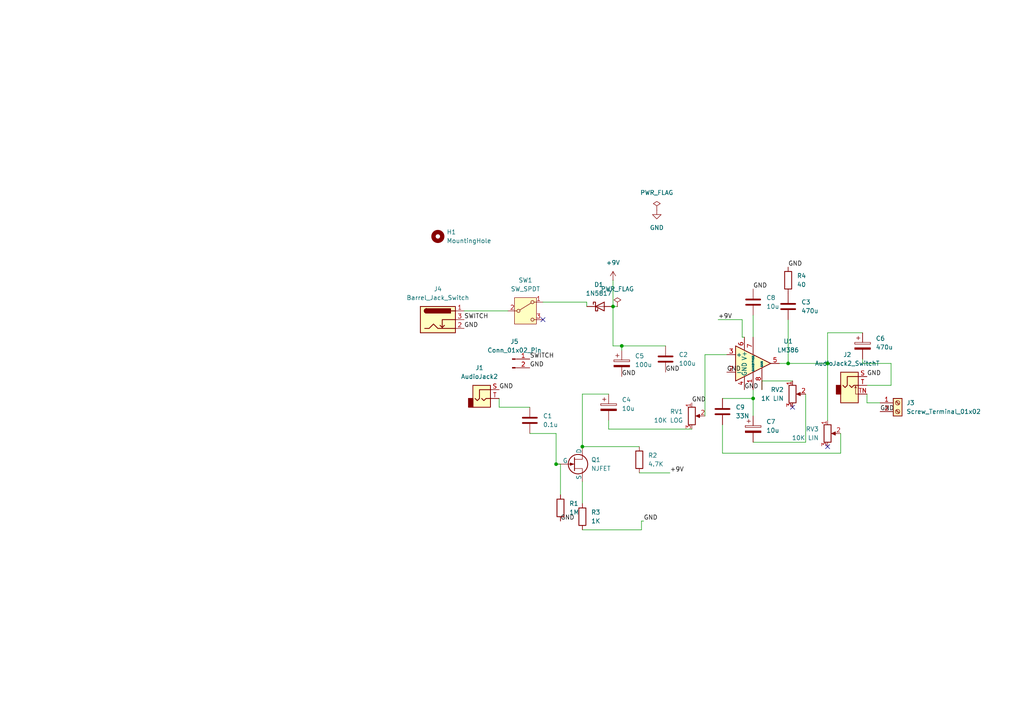
<source format=kicad_sch>
(kicad_sch
	(version 20250114)
	(generator "eeschema")
	(generator_version "9.0")
	(uuid "41333915-2d65-4028-a745-be2bbef7daf5")
	(paper "A4")
	(lib_symbols
		(symbol "Amplifier_Audio:LM386"
			(pin_names
				(offset 0.127)
			)
			(exclude_from_sim no)
			(in_bom yes)
			(on_board yes)
			(property "Reference" "U"
				(at 1.27 7.62 0)
				(effects
					(font
						(size 1.27 1.27)
					)
					(justify left)
				)
			)
			(property "Value" "LM386"
				(at 1.27 5.08 0)
				(effects
					(font
						(size 1.27 1.27)
					)
					(justify left)
				)
			)
			(property "Footprint" ""
				(at 2.54 2.54 0)
				(effects
					(font
						(size 1.27 1.27)
					)
					(hide yes)
				)
			)
			(property "Datasheet" "http://www.ti.com/lit/ds/symlink/lm386.pdf"
				(at 5.08 5.08 0)
				(effects
					(font
						(size 1.27 1.27)
					)
					(hide yes)
				)
			)
			(property "Description" "Low Voltage Audio Power Amplifier, DIP-8/SOIC-8/SSOP-8"
				(at 0 0 0)
				(effects
					(font
						(size 1.27 1.27)
					)
					(hide yes)
				)
			)
			(property "ki_keywords" "single Power opamp"
				(at 0 0 0)
				(effects
					(font
						(size 1.27 1.27)
					)
					(hide yes)
				)
			)
			(property "ki_fp_filters" "SOIC*3.9x4.9mm*P1.27mm* DIP*W7.62mm* MSSOP*P0.65mm* TSSOP*3x3mm*P0.5mm*"
				(at 0 0 0)
				(effects
					(font
						(size 1.27 1.27)
					)
					(hide yes)
				)
			)
			(symbol "LM386_0_1"
				(polyline
					(pts
						(xy 5.08 0) (xy -5.08 5.08) (xy -5.08 -5.08) (xy 5.08 0)
					)
					(stroke
						(width 0.254)
						(type default)
					)
					(fill
						(type background)
					)
				)
			)
			(symbol "LM386_1_1"
				(pin input line
					(at -7.62 2.54 0)
					(length 2.54)
					(name "+"
						(effects
							(font
								(size 1.27 1.27)
							)
						)
					)
					(number "3"
						(effects
							(font
								(size 1.27 1.27)
							)
						)
					)
				)
				(pin input line
					(at -7.62 -2.54 0)
					(length 2.54)
					(name "-"
						(effects
							(font
								(size 1.27 1.27)
							)
						)
					)
					(number "2"
						(effects
							(font
								(size 1.27 1.27)
							)
						)
					)
				)
				(pin power_in line
					(at -2.54 7.62 270)
					(length 3.81)
					(name "V+"
						(effects
							(font
								(size 1.27 1.27)
							)
						)
					)
					(number "6"
						(effects
							(font
								(size 1.27 1.27)
							)
						)
					)
				)
				(pin power_in line
					(at -2.54 -7.62 90)
					(length 3.81)
					(name "GND"
						(effects
							(font
								(size 1.27 1.27)
							)
						)
					)
					(number "4"
						(effects
							(font
								(size 1.27 1.27)
							)
						)
					)
				)
				(pin input line
					(at 0 7.62 270)
					(length 5.08)
					(name "BYPASS"
						(effects
							(font
								(size 0.508 0.508)
							)
						)
					)
					(number "7"
						(effects
							(font
								(size 1.27 1.27)
							)
						)
					)
				)
				(pin input line
					(at 0 -7.62 90)
					(length 5.08)
					(name "GAIN"
						(effects
							(font
								(size 0.508 0.508)
							)
						)
					)
					(number "1"
						(effects
							(font
								(size 1.27 1.27)
							)
						)
					)
				)
				(pin input line
					(at 2.54 -7.62 90)
					(length 6.35)
					(name "GAIN"
						(effects
							(font
								(size 0.508 0.508)
							)
						)
					)
					(number "8"
						(effects
							(font
								(size 1.27 1.27)
							)
						)
					)
				)
				(pin output line
					(at 7.62 0 180)
					(length 2.54)
					(name "~"
						(effects
							(font
								(size 1.27 1.27)
							)
						)
					)
					(number "5"
						(effects
							(font
								(size 1.27 1.27)
							)
						)
					)
				)
			)
			(embedded_fonts no)
		)
		(symbol "Connector:Barrel_Jack_Switch"
			(pin_names
				(hide yes)
			)
			(exclude_from_sim no)
			(in_bom yes)
			(on_board yes)
			(property "Reference" "J"
				(at 0 5.334 0)
				(effects
					(font
						(size 1.27 1.27)
					)
				)
			)
			(property "Value" "Barrel_Jack_Switch"
				(at 0 -5.08 0)
				(effects
					(font
						(size 1.27 1.27)
					)
				)
			)
			(property "Footprint" ""
				(at 1.27 -1.016 0)
				(effects
					(font
						(size 1.27 1.27)
					)
					(hide yes)
				)
			)
			(property "Datasheet" "~"
				(at 1.27 -1.016 0)
				(effects
					(font
						(size 1.27 1.27)
					)
					(hide yes)
				)
			)
			(property "Description" "DC Barrel Jack with an internal switch"
				(at 0 0 0)
				(effects
					(font
						(size 1.27 1.27)
					)
					(hide yes)
				)
			)
			(property "ki_keywords" "DC power barrel jack connector"
				(at 0 0 0)
				(effects
					(font
						(size 1.27 1.27)
					)
					(hide yes)
				)
			)
			(property "ki_fp_filters" "BarrelJack*"
				(at 0 0 0)
				(effects
					(font
						(size 1.27 1.27)
					)
					(hide yes)
				)
			)
			(symbol "Barrel_Jack_Switch_0_1"
				(rectangle
					(start -5.08 3.81)
					(end 5.08 -3.81)
					(stroke
						(width 0.254)
						(type default)
					)
					(fill
						(type background)
					)
				)
				(polyline
					(pts
						(xy -3.81 -2.54) (xy -2.54 -2.54) (xy -1.27 -1.27) (xy 0 -2.54) (xy 2.54 -2.54) (xy 5.08 -2.54)
					)
					(stroke
						(width 0.254)
						(type default)
					)
					(fill
						(type none)
					)
				)
				(arc
					(start -3.302 1.905)
					(mid -3.9343 2.54)
					(end -3.302 3.175)
					(stroke
						(width 0.254)
						(type default)
					)
					(fill
						(type none)
					)
				)
				(arc
					(start -3.302 1.905)
					(mid -3.9343 2.54)
					(end -3.302 3.175)
					(stroke
						(width 0.254)
						(type default)
					)
					(fill
						(type outline)
					)
				)
				(polyline
					(pts
						(xy 1.27 -2.286) (xy 1.905 -1.651)
					)
					(stroke
						(width 0.254)
						(type default)
					)
					(fill
						(type none)
					)
				)
				(rectangle
					(start 3.683 3.175)
					(end -3.302 1.905)
					(stroke
						(width 0.254)
						(type default)
					)
					(fill
						(type outline)
					)
				)
				(polyline
					(pts
						(xy 5.08 2.54) (xy 3.81 2.54)
					)
					(stroke
						(width 0.254)
						(type default)
					)
					(fill
						(type none)
					)
				)
				(polyline
					(pts
						(xy 5.08 0) (xy 1.27 0) (xy 1.27 -2.286) (xy 0.635 -1.651)
					)
					(stroke
						(width 0.254)
						(type default)
					)
					(fill
						(type none)
					)
				)
			)
			(symbol "Barrel_Jack_Switch_1_1"
				(pin passive line
					(at 7.62 2.54 180)
					(length 2.54)
					(name "~"
						(effects
							(font
								(size 1.27 1.27)
							)
						)
					)
					(number "1"
						(effects
							(font
								(size 1.27 1.27)
							)
						)
					)
				)
				(pin passive line
					(at 7.62 0 180)
					(length 2.54)
					(name "~"
						(effects
							(font
								(size 1.27 1.27)
							)
						)
					)
					(number "3"
						(effects
							(font
								(size 1.27 1.27)
							)
						)
					)
				)
				(pin passive line
					(at 7.62 -2.54 180)
					(length 2.54)
					(name "~"
						(effects
							(font
								(size 1.27 1.27)
							)
						)
					)
					(number "2"
						(effects
							(font
								(size 1.27 1.27)
							)
						)
					)
				)
			)
			(embedded_fonts no)
		)
		(symbol "Connector:Conn_01x02_Pin"
			(pin_names
				(offset 1.016)
				(hide yes)
			)
			(exclude_from_sim no)
			(in_bom yes)
			(on_board yes)
			(property "Reference" "J"
				(at 0 2.54 0)
				(effects
					(font
						(size 1.27 1.27)
					)
				)
			)
			(property "Value" "Conn_01x02_Pin"
				(at 0 -5.08 0)
				(effects
					(font
						(size 1.27 1.27)
					)
				)
			)
			(property "Footprint" ""
				(at 0 0 0)
				(effects
					(font
						(size 1.27 1.27)
					)
					(hide yes)
				)
			)
			(property "Datasheet" "~"
				(at 0 0 0)
				(effects
					(font
						(size 1.27 1.27)
					)
					(hide yes)
				)
			)
			(property "Description" "Generic connector, single row, 01x02, script generated"
				(at 0 0 0)
				(effects
					(font
						(size 1.27 1.27)
					)
					(hide yes)
				)
			)
			(property "ki_locked" ""
				(at 0 0 0)
				(effects
					(font
						(size 1.27 1.27)
					)
				)
			)
			(property "ki_keywords" "connector"
				(at 0 0 0)
				(effects
					(font
						(size 1.27 1.27)
					)
					(hide yes)
				)
			)
			(property "ki_fp_filters" "Connector*:*_1x??_*"
				(at 0 0 0)
				(effects
					(font
						(size 1.27 1.27)
					)
					(hide yes)
				)
			)
			(symbol "Conn_01x02_Pin_1_1"
				(rectangle
					(start 0.8636 0.127)
					(end 0 -0.127)
					(stroke
						(width 0.1524)
						(type default)
					)
					(fill
						(type outline)
					)
				)
				(rectangle
					(start 0.8636 -2.413)
					(end 0 -2.667)
					(stroke
						(width 0.1524)
						(type default)
					)
					(fill
						(type outline)
					)
				)
				(polyline
					(pts
						(xy 1.27 0) (xy 0.8636 0)
					)
					(stroke
						(width 0.1524)
						(type default)
					)
					(fill
						(type none)
					)
				)
				(polyline
					(pts
						(xy 1.27 -2.54) (xy 0.8636 -2.54)
					)
					(stroke
						(width 0.1524)
						(type default)
					)
					(fill
						(type none)
					)
				)
				(pin passive line
					(at 5.08 0 180)
					(length 3.81)
					(name "Pin_1"
						(effects
							(font
								(size 1.27 1.27)
							)
						)
					)
					(number "1"
						(effects
							(font
								(size 1.27 1.27)
							)
						)
					)
				)
				(pin passive line
					(at 5.08 -2.54 180)
					(length 3.81)
					(name "Pin_2"
						(effects
							(font
								(size 1.27 1.27)
							)
						)
					)
					(number "2"
						(effects
							(font
								(size 1.27 1.27)
							)
						)
					)
				)
			)
			(embedded_fonts no)
		)
		(symbol "Connector:Screw_Terminal_01x02"
			(pin_names
				(offset 1.016)
				(hide yes)
			)
			(exclude_from_sim no)
			(in_bom yes)
			(on_board yes)
			(property "Reference" "J"
				(at 0 2.54 0)
				(effects
					(font
						(size 1.27 1.27)
					)
				)
			)
			(property "Value" "Screw_Terminal_01x02"
				(at 0 -5.08 0)
				(effects
					(font
						(size 1.27 1.27)
					)
				)
			)
			(property "Footprint" ""
				(at 0 0 0)
				(effects
					(font
						(size 1.27 1.27)
					)
					(hide yes)
				)
			)
			(property "Datasheet" "~"
				(at 0 0 0)
				(effects
					(font
						(size 1.27 1.27)
					)
					(hide yes)
				)
			)
			(property "Description" "Generic screw terminal, single row, 01x02, script generated (kicad-library-utils/schlib/autogen/connector/)"
				(at 0 0 0)
				(effects
					(font
						(size 1.27 1.27)
					)
					(hide yes)
				)
			)
			(property "ki_keywords" "screw terminal"
				(at 0 0 0)
				(effects
					(font
						(size 1.27 1.27)
					)
					(hide yes)
				)
			)
			(property "ki_fp_filters" "TerminalBlock*:*"
				(at 0 0 0)
				(effects
					(font
						(size 1.27 1.27)
					)
					(hide yes)
				)
			)
			(symbol "Screw_Terminal_01x02_1_1"
				(rectangle
					(start -1.27 1.27)
					(end 1.27 -3.81)
					(stroke
						(width 0.254)
						(type default)
					)
					(fill
						(type background)
					)
				)
				(polyline
					(pts
						(xy -0.5334 0.3302) (xy 0.3302 -0.508)
					)
					(stroke
						(width 0.1524)
						(type default)
					)
					(fill
						(type none)
					)
				)
				(polyline
					(pts
						(xy -0.5334 -2.2098) (xy 0.3302 -3.048)
					)
					(stroke
						(width 0.1524)
						(type default)
					)
					(fill
						(type none)
					)
				)
				(polyline
					(pts
						(xy -0.3556 0.508) (xy 0.508 -0.3302)
					)
					(stroke
						(width 0.1524)
						(type default)
					)
					(fill
						(type none)
					)
				)
				(polyline
					(pts
						(xy -0.3556 -2.032) (xy 0.508 -2.8702)
					)
					(stroke
						(width 0.1524)
						(type default)
					)
					(fill
						(type none)
					)
				)
				(circle
					(center 0 0)
					(radius 0.635)
					(stroke
						(width 0.1524)
						(type default)
					)
					(fill
						(type none)
					)
				)
				(circle
					(center 0 -2.54)
					(radius 0.635)
					(stroke
						(width 0.1524)
						(type default)
					)
					(fill
						(type none)
					)
				)
				(pin passive line
					(at -5.08 0 0)
					(length 3.81)
					(name "Pin_1"
						(effects
							(font
								(size 1.27 1.27)
							)
						)
					)
					(number "1"
						(effects
							(font
								(size 1.27 1.27)
							)
						)
					)
				)
				(pin passive line
					(at -5.08 -2.54 0)
					(length 3.81)
					(name "Pin_2"
						(effects
							(font
								(size 1.27 1.27)
							)
						)
					)
					(number "2"
						(effects
							(font
								(size 1.27 1.27)
							)
						)
					)
				)
			)
			(embedded_fonts no)
		)
		(symbol "Connector_Audio:AudioJack2"
			(exclude_from_sim no)
			(in_bom yes)
			(on_board yes)
			(property "Reference" "J"
				(at 0 8.89 0)
				(effects
					(font
						(size 1.27 1.27)
					)
				)
			)
			(property "Value" "AudioJack2"
				(at 0 6.35 0)
				(effects
					(font
						(size 1.27 1.27)
					)
				)
			)
			(property "Footprint" ""
				(at 0 0 0)
				(effects
					(font
						(size 1.27 1.27)
					)
					(hide yes)
				)
			)
			(property "Datasheet" "~"
				(at 0 0 0)
				(effects
					(font
						(size 1.27 1.27)
					)
					(hide yes)
				)
			)
			(property "Description" "Audio Jack, 2 Poles (Mono / TS)"
				(at 0 0 0)
				(effects
					(font
						(size 1.27 1.27)
					)
					(hide yes)
				)
			)
			(property "ki_keywords" "audio jack receptacle mono phone headphone TS connector"
				(at 0 0 0)
				(effects
					(font
						(size 1.27 1.27)
					)
					(hide yes)
				)
			)
			(property "ki_fp_filters" "Jack*"
				(at 0 0 0)
				(effects
					(font
						(size 1.27 1.27)
					)
					(hide yes)
				)
			)
			(symbol "AudioJack2_0_1"
				(rectangle
					(start -3.81 0)
					(end -2.54 -2.54)
					(stroke
						(width 0.254)
						(type default)
					)
					(fill
						(type outline)
					)
				)
				(rectangle
					(start -2.54 3.81)
					(end 2.54 -2.54)
					(stroke
						(width 0.254)
						(type default)
					)
					(fill
						(type background)
					)
				)
				(polyline
					(pts
						(xy 0 0) (xy 0.635 -0.635) (xy 1.27 0) (xy 2.54 0)
					)
					(stroke
						(width 0.254)
						(type default)
					)
					(fill
						(type none)
					)
				)
				(polyline
					(pts
						(xy 2.54 2.54) (xy -0.635 2.54) (xy -0.635 0) (xy -1.27 -0.635) (xy -1.905 0)
					)
					(stroke
						(width 0.254)
						(type default)
					)
					(fill
						(type none)
					)
				)
			)
			(symbol "AudioJack2_1_1"
				(pin passive line
					(at 5.08 2.54 180)
					(length 2.54)
					(name "~"
						(effects
							(font
								(size 1.27 1.27)
							)
						)
					)
					(number "S"
						(effects
							(font
								(size 1.27 1.27)
							)
						)
					)
				)
				(pin passive line
					(at 5.08 0 180)
					(length 2.54)
					(name "~"
						(effects
							(font
								(size 1.27 1.27)
							)
						)
					)
					(number "T"
						(effects
							(font
								(size 1.27 1.27)
							)
						)
					)
				)
			)
			(embedded_fonts no)
		)
		(symbol "Connector_Audio:AudioJack2_SwitchT"
			(exclude_from_sim no)
			(in_bom yes)
			(on_board yes)
			(property "Reference" "J"
				(at 0 8.89 0)
				(effects
					(font
						(size 1.27 1.27)
					)
				)
			)
			(property "Value" "AudioJack2_SwitchT"
				(at 0 6.35 0)
				(effects
					(font
						(size 1.27 1.27)
					)
				)
			)
			(property "Footprint" ""
				(at 0 0 0)
				(effects
					(font
						(size 1.27 1.27)
					)
					(hide yes)
				)
			)
			(property "Datasheet" "~"
				(at 0 0 0)
				(effects
					(font
						(size 1.27 1.27)
					)
					(hide yes)
				)
			)
			(property "Description" "Audio Jack, 2 Poles (Mono / TS), Switched T Pole (Normalling)"
				(at 0 0 0)
				(effects
					(font
						(size 1.27 1.27)
					)
					(hide yes)
				)
			)
			(property "ki_keywords" "audio jack receptacle mono headphones phone TS connector"
				(at 0 0 0)
				(effects
					(font
						(size 1.27 1.27)
					)
					(hide yes)
				)
			)
			(property "ki_fp_filters" "Jack*"
				(at 0 0 0)
				(effects
					(font
						(size 1.27 1.27)
					)
					(hide yes)
				)
			)
			(symbol "AudioJack2_SwitchT_0_1"
				(rectangle
					(start -2.54 0)
					(end -3.81 -2.54)
					(stroke
						(width 0.254)
						(type default)
					)
					(fill
						(type outline)
					)
				)
				(polyline
					(pts
						(xy 0 0) (xy 0.635 -0.635) (xy 1.27 0) (xy 2.54 0)
					)
					(stroke
						(width 0.254)
						(type default)
					)
					(fill
						(type none)
					)
				)
				(polyline
					(pts
						(xy 1.778 -0.254) (xy 2.032 -0.762)
					)
					(stroke
						(width 0)
						(type default)
					)
					(fill
						(type none)
					)
				)
				(rectangle
					(start 2.54 3.81)
					(end -2.54 -5.08)
					(stroke
						(width 0.254)
						(type default)
					)
					(fill
						(type background)
					)
				)
				(polyline
					(pts
						(xy 2.54 2.54) (xy -0.635 2.54) (xy -0.635 0) (xy -1.27 -0.635) (xy -1.905 0)
					)
					(stroke
						(width 0.254)
						(type default)
					)
					(fill
						(type none)
					)
				)
				(polyline
					(pts
						(xy 2.54 -2.54) (xy 1.778 -2.54) (xy 1.778 -0.254) (xy 1.524 -0.762)
					)
					(stroke
						(width 0)
						(type default)
					)
					(fill
						(type none)
					)
				)
			)
			(symbol "AudioJack2_SwitchT_1_1"
				(pin passive line
					(at 5.08 2.54 180)
					(length 2.54)
					(name "~"
						(effects
							(font
								(size 1.27 1.27)
							)
						)
					)
					(number "S"
						(effects
							(font
								(size 1.27 1.27)
							)
						)
					)
				)
				(pin passive line
					(at 5.08 0 180)
					(length 2.54)
					(name "~"
						(effects
							(font
								(size 1.27 1.27)
							)
						)
					)
					(number "T"
						(effects
							(font
								(size 1.27 1.27)
							)
						)
					)
				)
				(pin passive line
					(at 5.08 -2.54 180)
					(length 2.54)
					(name "~"
						(effects
							(font
								(size 1.27 1.27)
							)
						)
					)
					(number "TN"
						(effects
							(font
								(size 1.27 1.27)
							)
						)
					)
				)
			)
			(embedded_fonts no)
		)
		(symbol "Device:C"
			(pin_numbers
				(hide yes)
			)
			(pin_names
				(offset 0.254)
			)
			(exclude_from_sim no)
			(in_bom yes)
			(on_board yes)
			(property "Reference" "C"
				(at 0.635 2.54 0)
				(effects
					(font
						(size 1.27 1.27)
					)
					(justify left)
				)
			)
			(property "Value" "C"
				(at 0.635 -2.54 0)
				(effects
					(font
						(size 1.27 1.27)
					)
					(justify left)
				)
			)
			(property "Footprint" ""
				(at 0.9652 -3.81 0)
				(effects
					(font
						(size 1.27 1.27)
					)
					(hide yes)
				)
			)
			(property "Datasheet" "~"
				(at 0 0 0)
				(effects
					(font
						(size 1.27 1.27)
					)
					(hide yes)
				)
			)
			(property "Description" "Unpolarized capacitor"
				(at 0 0 0)
				(effects
					(font
						(size 1.27 1.27)
					)
					(hide yes)
				)
			)
			(property "ki_keywords" "cap capacitor"
				(at 0 0 0)
				(effects
					(font
						(size 1.27 1.27)
					)
					(hide yes)
				)
			)
			(property "ki_fp_filters" "C_*"
				(at 0 0 0)
				(effects
					(font
						(size 1.27 1.27)
					)
					(hide yes)
				)
			)
			(symbol "C_0_1"
				(polyline
					(pts
						(xy -2.032 0.762) (xy 2.032 0.762)
					)
					(stroke
						(width 0.508)
						(type default)
					)
					(fill
						(type none)
					)
				)
				(polyline
					(pts
						(xy -2.032 -0.762) (xy 2.032 -0.762)
					)
					(stroke
						(width 0.508)
						(type default)
					)
					(fill
						(type none)
					)
				)
			)
			(symbol "C_1_1"
				(pin passive line
					(at 0 3.81 270)
					(length 2.794)
					(name "~"
						(effects
							(font
								(size 1.27 1.27)
							)
						)
					)
					(number "1"
						(effects
							(font
								(size 1.27 1.27)
							)
						)
					)
				)
				(pin passive line
					(at 0 -3.81 90)
					(length 2.794)
					(name "~"
						(effects
							(font
								(size 1.27 1.27)
							)
						)
					)
					(number "2"
						(effects
							(font
								(size 1.27 1.27)
							)
						)
					)
				)
			)
			(embedded_fonts no)
		)
		(symbol "Device:C_Polarized"
			(pin_numbers
				(hide yes)
			)
			(pin_names
				(offset 0.254)
			)
			(exclude_from_sim no)
			(in_bom yes)
			(on_board yes)
			(property "Reference" "C"
				(at 0.635 2.54 0)
				(effects
					(font
						(size 1.27 1.27)
					)
					(justify left)
				)
			)
			(property "Value" "C_Polarized"
				(at 0.635 -2.54 0)
				(effects
					(font
						(size 1.27 1.27)
					)
					(justify left)
				)
			)
			(property "Footprint" ""
				(at 0.9652 -3.81 0)
				(effects
					(font
						(size 1.27 1.27)
					)
					(hide yes)
				)
			)
			(property "Datasheet" "~"
				(at 0 0 0)
				(effects
					(font
						(size 1.27 1.27)
					)
					(hide yes)
				)
			)
			(property "Description" "Polarized capacitor"
				(at 0 0 0)
				(effects
					(font
						(size 1.27 1.27)
					)
					(hide yes)
				)
			)
			(property "ki_keywords" "cap capacitor"
				(at 0 0 0)
				(effects
					(font
						(size 1.27 1.27)
					)
					(hide yes)
				)
			)
			(property "ki_fp_filters" "CP_*"
				(at 0 0 0)
				(effects
					(font
						(size 1.27 1.27)
					)
					(hide yes)
				)
			)
			(symbol "C_Polarized_0_1"
				(rectangle
					(start -2.286 0.508)
					(end 2.286 1.016)
					(stroke
						(width 0)
						(type default)
					)
					(fill
						(type none)
					)
				)
				(polyline
					(pts
						(xy -1.778 2.286) (xy -0.762 2.286)
					)
					(stroke
						(width 0)
						(type default)
					)
					(fill
						(type none)
					)
				)
				(polyline
					(pts
						(xy -1.27 2.794) (xy -1.27 1.778)
					)
					(stroke
						(width 0)
						(type default)
					)
					(fill
						(type none)
					)
				)
				(rectangle
					(start 2.286 -0.508)
					(end -2.286 -1.016)
					(stroke
						(width 0)
						(type default)
					)
					(fill
						(type outline)
					)
				)
			)
			(symbol "C_Polarized_1_1"
				(pin passive line
					(at 0 3.81 270)
					(length 2.794)
					(name "~"
						(effects
							(font
								(size 1.27 1.27)
							)
						)
					)
					(number "1"
						(effects
							(font
								(size 1.27 1.27)
							)
						)
					)
				)
				(pin passive line
					(at 0 -3.81 90)
					(length 2.794)
					(name "~"
						(effects
							(font
								(size 1.27 1.27)
							)
						)
					)
					(number "2"
						(effects
							(font
								(size 1.27 1.27)
							)
						)
					)
				)
			)
			(embedded_fonts no)
		)
		(symbol "Device:R"
			(pin_numbers
				(hide yes)
			)
			(pin_names
				(offset 0)
			)
			(exclude_from_sim no)
			(in_bom yes)
			(on_board yes)
			(property "Reference" "R"
				(at 2.032 0 90)
				(effects
					(font
						(size 1.27 1.27)
					)
				)
			)
			(property "Value" "R"
				(at 0 0 90)
				(effects
					(font
						(size 1.27 1.27)
					)
				)
			)
			(property "Footprint" ""
				(at -1.778 0 90)
				(effects
					(font
						(size 1.27 1.27)
					)
					(hide yes)
				)
			)
			(property "Datasheet" "~"
				(at 0 0 0)
				(effects
					(font
						(size 1.27 1.27)
					)
					(hide yes)
				)
			)
			(property "Description" "Resistor"
				(at 0 0 0)
				(effects
					(font
						(size 1.27 1.27)
					)
					(hide yes)
				)
			)
			(property "ki_keywords" "R res resistor"
				(at 0 0 0)
				(effects
					(font
						(size 1.27 1.27)
					)
					(hide yes)
				)
			)
			(property "ki_fp_filters" "R_*"
				(at 0 0 0)
				(effects
					(font
						(size 1.27 1.27)
					)
					(hide yes)
				)
			)
			(symbol "R_0_1"
				(rectangle
					(start -1.016 -2.54)
					(end 1.016 2.54)
					(stroke
						(width 0.254)
						(type default)
					)
					(fill
						(type none)
					)
				)
			)
			(symbol "R_1_1"
				(pin passive line
					(at 0 3.81 270)
					(length 1.27)
					(name "~"
						(effects
							(font
								(size 1.27 1.27)
							)
						)
					)
					(number "1"
						(effects
							(font
								(size 1.27 1.27)
							)
						)
					)
				)
				(pin passive line
					(at 0 -3.81 90)
					(length 1.27)
					(name "~"
						(effects
							(font
								(size 1.27 1.27)
							)
						)
					)
					(number "2"
						(effects
							(font
								(size 1.27 1.27)
							)
						)
					)
				)
			)
			(embedded_fonts no)
		)
		(symbol "Device:R_Potentiometer"
			(pin_names
				(offset 1.016)
				(hide yes)
			)
			(exclude_from_sim no)
			(in_bom yes)
			(on_board yes)
			(property "Reference" "RV"
				(at -4.445 0 90)
				(effects
					(font
						(size 1.27 1.27)
					)
				)
			)
			(property "Value" "R_Potentiometer"
				(at -2.54 0 90)
				(effects
					(font
						(size 1.27 1.27)
					)
				)
			)
			(property "Footprint" ""
				(at 0 0 0)
				(effects
					(font
						(size 1.27 1.27)
					)
					(hide yes)
				)
			)
			(property "Datasheet" "~"
				(at 0 0 0)
				(effects
					(font
						(size 1.27 1.27)
					)
					(hide yes)
				)
			)
			(property "Description" "Potentiometer"
				(at 0 0 0)
				(effects
					(font
						(size 1.27 1.27)
					)
					(hide yes)
				)
			)
			(property "ki_keywords" "resistor variable"
				(at 0 0 0)
				(effects
					(font
						(size 1.27 1.27)
					)
					(hide yes)
				)
			)
			(property "ki_fp_filters" "Potentiometer*"
				(at 0 0 0)
				(effects
					(font
						(size 1.27 1.27)
					)
					(hide yes)
				)
			)
			(symbol "R_Potentiometer_0_1"
				(rectangle
					(start 1.016 2.54)
					(end -1.016 -2.54)
					(stroke
						(width 0.254)
						(type default)
					)
					(fill
						(type none)
					)
				)
				(polyline
					(pts
						(xy 1.143 0) (xy 2.286 0.508) (xy 2.286 -0.508) (xy 1.143 0)
					)
					(stroke
						(width 0)
						(type default)
					)
					(fill
						(type outline)
					)
				)
				(polyline
					(pts
						(xy 2.54 0) (xy 1.524 0)
					)
					(stroke
						(width 0)
						(type default)
					)
					(fill
						(type none)
					)
				)
			)
			(symbol "R_Potentiometer_1_1"
				(pin passive line
					(at 0 3.81 270)
					(length 1.27)
					(name "1"
						(effects
							(font
								(size 1.27 1.27)
							)
						)
					)
					(number "1"
						(effects
							(font
								(size 1.27 1.27)
							)
						)
					)
				)
				(pin passive line
					(at 0 -3.81 90)
					(length 1.27)
					(name "3"
						(effects
							(font
								(size 1.27 1.27)
							)
						)
					)
					(number "3"
						(effects
							(font
								(size 1.27 1.27)
							)
						)
					)
				)
				(pin passive line
					(at 3.81 0 180)
					(length 1.27)
					(name "2"
						(effects
							(font
								(size 1.27 1.27)
							)
						)
					)
					(number "2"
						(effects
							(font
								(size 1.27 1.27)
							)
						)
					)
				)
			)
			(embedded_fonts no)
		)
		(symbol "Diode:1N5817"
			(pin_numbers
				(hide yes)
			)
			(pin_names
				(offset 1.016)
				(hide yes)
			)
			(exclude_from_sim no)
			(in_bom yes)
			(on_board yes)
			(property "Reference" "D"
				(at 0 2.54 0)
				(effects
					(font
						(size 1.27 1.27)
					)
				)
			)
			(property "Value" "1N5817"
				(at 0 -2.54 0)
				(effects
					(font
						(size 1.27 1.27)
					)
				)
			)
			(property "Footprint" "Diode_THT:D_DO-41_SOD81_P10.16mm_Horizontal"
				(at 0 -4.445 0)
				(effects
					(font
						(size 1.27 1.27)
					)
					(hide yes)
				)
			)
			(property "Datasheet" "http://www.vishay.com/docs/88525/1n5817.pdf"
				(at 0 0 0)
				(effects
					(font
						(size 1.27 1.27)
					)
					(hide yes)
				)
			)
			(property "Description" "20V 1A Schottky Barrier Rectifier Diode, DO-41"
				(at 0 0 0)
				(effects
					(font
						(size 1.27 1.27)
					)
					(hide yes)
				)
			)
			(property "ki_keywords" "diode Schottky"
				(at 0 0 0)
				(effects
					(font
						(size 1.27 1.27)
					)
					(hide yes)
				)
			)
			(property "ki_fp_filters" "D*DO?41*"
				(at 0 0 0)
				(effects
					(font
						(size 1.27 1.27)
					)
					(hide yes)
				)
			)
			(symbol "1N5817_0_1"
				(polyline
					(pts
						(xy -1.905 0.635) (xy -1.905 1.27) (xy -1.27 1.27) (xy -1.27 -1.27) (xy -0.635 -1.27) (xy -0.635 -0.635)
					)
					(stroke
						(width 0.254)
						(type default)
					)
					(fill
						(type none)
					)
				)
				(polyline
					(pts
						(xy 1.27 1.27) (xy 1.27 -1.27) (xy -1.27 0) (xy 1.27 1.27)
					)
					(stroke
						(width 0.254)
						(type default)
					)
					(fill
						(type none)
					)
				)
				(polyline
					(pts
						(xy 1.27 0) (xy -1.27 0)
					)
					(stroke
						(width 0)
						(type default)
					)
					(fill
						(type none)
					)
				)
			)
			(symbol "1N5817_1_1"
				(pin passive line
					(at -3.81 0 0)
					(length 2.54)
					(name "K"
						(effects
							(font
								(size 1.27 1.27)
							)
						)
					)
					(number "1"
						(effects
							(font
								(size 1.27 1.27)
							)
						)
					)
				)
				(pin passive line
					(at 3.81 0 180)
					(length 2.54)
					(name "A"
						(effects
							(font
								(size 1.27 1.27)
							)
						)
					)
					(number "2"
						(effects
							(font
								(size 1.27 1.27)
							)
						)
					)
				)
			)
			(embedded_fonts no)
		)
		(symbol "Mechanical:MountingHole"
			(pin_names
				(offset 1.016)
			)
			(exclude_from_sim no)
			(in_bom no)
			(on_board yes)
			(property "Reference" "H"
				(at 0 5.08 0)
				(effects
					(font
						(size 1.27 1.27)
					)
				)
			)
			(property "Value" "MountingHole"
				(at 0 3.175 0)
				(effects
					(font
						(size 1.27 1.27)
					)
				)
			)
			(property "Footprint" ""
				(at 0 0 0)
				(effects
					(font
						(size 1.27 1.27)
					)
					(hide yes)
				)
			)
			(property "Datasheet" "~"
				(at 0 0 0)
				(effects
					(font
						(size 1.27 1.27)
					)
					(hide yes)
				)
			)
			(property "Description" "Mounting Hole without connection"
				(at 0 0 0)
				(effects
					(font
						(size 1.27 1.27)
					)
					(hide yes)
				)
			)
			(property "ki_keywords" "mounting hole"
				(at 0 0 0)
				(effects
					(font
						(size 1.27 1.27)
					)
					(hide yes)
				)
			)
			(property "ki_fp_filters" "MountingHole*"
				(at 0 0 0)
				(effects
					(font
						(size 1.27 1.27)
					)
					(hide yes)
				)
			)
			(symbol "MountingHole_0_1"
				(circle
					(center 0 0)
					(radius 1.27)
					(stroke
						(width 1.27)
						(type default)
					)
					(fill
						(type none)
					)
				)
			)
			(embedded_fonts no)
		)
		(symbol "Simulation_SPICE:NJFET"
			(pin_numbers
				(hide yes)
			)
			(pin_names
				(offset 0)
			)
			(exclude_from_sim no)
			(in_bom yes)
			(on_board yes)
			(property "Reference" "Q"
				(at 5.08 1.27 0)
				(effects
					(font
						(size 1.27 1.27)
					)
					(justify left)
				)
			)
			(property "Value" "NJFET"
				(at 5.08 -1.27 0)
				(effects
					(font
						(size 1.27 1.27)
					)
					(justify left)
				)
			)
			(property "Footprint" ""
				(at 5.08 2.54 0)
				(effects
					(font
						(size 1.27 1.27)
					)
					(hide yes)
				)
			)
			(property "Datasheet" "https://ngspice.sourceforge.io/docs/ngspice-html-manual/manual.xhtml#cha_JFETs"
				(at 0 0 0)
				(effects
					(font
						(size 1.27 1.27)
					)
					(hide yes)
				)
			)
			(property "Description" "N-JFET transistor, for simulation only"
				(at 0 0 0)
				(effects
					(font
						(size 1.27 1.27)
					)
					(hide yes)
				)
			)
			(property "Sim.Device" "NJFET"
				(at 0 0 0)
				(effects
					(font
						(size 1.27 1.27)
					)
					(hide yes)
				)
			)
			(property "Sim.Type" "SHICHMANHODGES"
				(at 0 0 0)
				(effects
					(font
						(size 1.27 1.27)
					)
					(hide yes)
				)
			)
			(property "Sim.Pins" "1=D 2=G 3=S"
				(at 0 0 0)
				(effects
					(font
						(size 1.27 1.27)
					)
					(hide yes)
				)
			)
			(property "ki_keywords" "transistor NJFET N-JFET"
				(at 0 0 0)
				(effects
					(font
						(size 1.27 1.27)
					)
					(hide yes)
				)
			)
			(symbol "NJFET_0_1"
				(polyline
					(pts
						(xy 0 0) (xy -1.016 0.381) (xy -1.016 -0.381) (xy 0 0)
					)
					(stroke
						(width 0)
						(type default)
					)
					(fill
						(type outline)
					)
				)
				(polyline
					(pts
						(xy 0.254 1.905) (xy 0.254 -1.905) (xy 0.254 -1.905)
					)
					(stroke
						(width 0.254)
						(type default)
					)
					(fill
						(type none)
					)
				)
				(circle
					(center 1.27 0)
					(radius 2.8194)
					(stroke
						(width 0.254)
						(type default)
					)
					(fill
						(type none)
					)
				)
				(polyline
					(pts
						(xy 2.54 2.54) (xy 2.54 1.397) (xy 0.254 1.397)
					)
					(stroke
						(width 0)
						(type default)
					)
					(fill
						(type none)
					)
				)
				(polyline
					(pts
						(xy 2.54 -2.54) (xy 2.54 -1.27) (xy 0.254 -1.27)
					)
					(stroke
						(width 0)
						(type default)
					)
					(fill
						(type none)
					)
				)
			)
			(symbol "NJFET_1_1"
				(pin input line
					(at -5.08 0 0)
					(length 5.334)
					(name "G"
						(effects
							(font
								(size 1.27 1.27)
							)
						)
					)
					(number "2"
						(effects
							(font
								(size 1.27 1.27)
							)
						)
					)
				)
				(pin passive line
					(at 2.54 5.08 270)
					(length 2.54)
					(name "D"
						(effects
							(font
								(size 1.27 1.27)
							)
						)
					)
					(number "1"
						(effects
							(font
								(size 1.27 1.27)
							)
						)
					)
				)
				(pin passive line
					(at 2.54 -5.08 90)
					(length 2.54)
					(name "S"
						(effects
							(font
								(size 1.27 1.27)
							)
						)
					)
					(number "3"
						(effects
							(font
								(size 1.27 1.27)
							)
						)
					)
				)
			)
			(embedded_fonts no)
		)
		(symbol "Switch:SW_SPDT"
			(pin_names
				(offset 0)
				(hide yes)
			)
			(exclude_from_sim no)
			(in_bom yes)
			(on_board yes)
			(property "Reference" "SW"
				(at 0 5.08 0)
				(effects
					(font
						(size 1.27 1.27)
					)
				)
			)
			(property "Value" "SW_SPDT"
				(at 0 -5.08 0)
				(effects
					(font
						(size 1.27 1.27)
					)
				)
			)
			(property "Footprint" ""
				(at 0 0 0)
				(effects
					(font
						(size 1.27 1.27)
					)
					(hide yes)
				)
			)
			(property "Datasheet" "~"
				(at 0 -7.62 0)
				(effects
					(font
						(size 1.27 1.27)
					)
					(hide yes)
				)
			)
			(property "Description" "Switch, single pole double throw"
				(at 0 0 0)
				(effects
					(font
						(size 1.27 1.27)
					)
					(hide yes)
				)
			)
			(property "ki_keywords" "switch single-pole double-throw spdt ON-ON"
				(at 0 0 0)
				(effects
					(font
						(size 1.27 1.27)
					)
					(hide yes)
				)
			)
			(symbol "SW_SPDT_0_1"
				(circle
					(center -2.032 0)
					(radius 0.4572)
					(stroke
						(width 0)
						(type default)
					)
					(fill
						(type none)
					)
				)
				(polyline
					(pts
						(xy -1.651 0.254) (xy 1.651 2.286)
					)
					(stroke
						(width 0)
						(type default)
					)
					(fill
						(type none)
					)
				)
				(circle
					(center 2.032 2.54)
					(radius 0.4572)
					(stroke
						(width 0)
						(type default)
					)
					(fill
						(type none)
					)
				)
				(circle
					(center 2.032 -2.54)
					(radius 0.4572)
					(stroke
						(width 0)
						(type default)
					)
					(fill
						(type none)
					)
				)
			)
			(symbol "SW_SPDT_1_1"
				(rectangle
					(start -3.175 3.81)
					(end 3.175 -3.81)
					(stroke
						(width 0)
						(type default)
					)
					(fill
						(type background)
					)
				)
				(pin passive line
					(at -5.08 0 0)
					(length 2.54)
					(name "B"
						(effects
							(font
								(size 1.27 1.27)
							)
						)
					)
					(number "2"
						(effects
							(font
								(size 1.27 1.27)
							)
						)
					)
				)
				(pin passive line
					(at 5.08 2.54 180)
					(length 2.54)
					(name "A"
						(effects
							(font
								(size 1.27 1.27)
							)
						)
					)
					(number "1"
						(effects
							(font
								(size 1.27 1.27)
							)
						)
					)
				)
				(pin passive line
					(at 5.08 -2.54 180)
					(length 2.54)
					(name "C"
						(effects
							(font
								(size 1.27 1.27)
							)
						)
					)
					(number "3"
						(effects
							(font
								(size 1.27 1.27)
							)
						)
					)
				)
			)
			(embedded_fonts no)
		)
		(symbol "power:+9V"
			(power)
			(pin_numbers
				(hide yes)
			)
			(pin_names
				(offset 0)
				(hide yes)
			)
			(exclude_from_sim no)
			(in_bom yes)
			(on_board yes)
			(property "Reference" "#PWR"
				(at 0 -3.81 0)
				(effects
					(font
						(size 1.27 1.27)
					)
					(hide yes)
				)
			)
			(property "Value" "+9V"
				(at 0 3.556 0)
				(effects
					(font
						(size 1.27 1.27)
					)
				)
			)
			(property "Footprint" ""
				(at 0 0 0)
				(effects
					(font
						(size 1.27 1.27)
					)
					(hide yes)
				)
			)
			(property "Datasheet" ""
				(at 0 0 0)
				(effects
					(font
						(size 1.27 1.27)
					)
					(hide yes)
				)
			)
			(property "Description" "Power symbol creates a global label with name \"+9V\""
				(at 0 0 0)
				(effects
					(font
						(size 1.27 1.27)
					)
					(hide yes)
				)
			)
			(property "ki_keywords" "global power"
				(at 0 0 0)
				(effects
					(font
						(size 1.27 1.27)
					)
					(hide yes)
				)
			)
			(symbol "+9V_0_1"
				(polyline
					(pts
						(xy -0.762 1.27) (xy 0 2.54)
					)
					(stroke
						(width 0)
						(type default)
					)
					(fill
						(type none)
					)
				)
				(polyline
					(pts
						(xy 0 2.54) (xy 0.762 1.27)
					)
					(stroke
						(width 0)
						(type default)
					)
					(fill
						(type none)
					)
				)
				(polyline
					(pts
						(xy 0 0) (xy 0 2.54)
					)
					(stroke
						(width 0)
						(type default)
					)
					(fill
						(type none)
					)
				)
			)
			(symbol "+9V_1_1"
				(pin power_in line
					(at 0 0 90)
					(length 0)
					(name "~"
						(effects
							(font
								(size 1.27 1.27)
							)
						)
					)
					(number "1"
						(effects
							(font
								(size 1.27 1.27)
							)
						)
					)
				)
			)
			(embedded_fonts no)
		)
		(symbol "power:GND"
			(power)
			(pin_numbers
				(hide yes)
			)
			(pin_names
				(offset 0)
				(hide yes)
			)
			(exclude_from_sim no)
			(in_bom yes)
			(on_board yes)
			(property "Reference" "#PWR"
				(at 0 -6.35 0)
				(effects
					(font
						(size 1.27 1.27)
					)
					(hide yes)
				)
			)
			(property "Value" "GND"
				(at 0 -3.81 0)
				(effects
					(font
						(size 1.27 1.27)
					)
				)
			)
			(property "Footprint" ""
				(at 0 0 0)
				(effects
					(font
						(size 1.27 1.27)
					)
					(hide yes)
				)
			)
			(property "Datasheet" ""
				(at 0 0 0)
				(effects
					(font
						(size 1.27 1.27)
					)
					(hide yes)
				)
			)
			(property "Description" "Power symbol creates a global label with name \"GND\" , ground"
				(at 0 0 0)
				(effects
					(font
						(size 1.27 1.27)
					)
					(hide yes)
				)
			)
			(property "ki_keywords" "global power"
				(at 0 0 0)
				(effects
					(font
						(size 1.27 1.27)
					)
					(hide yes)
				)
			)
			(symbol "GND_0_1"
				(polyline
					(pts
						(xy 0 0) (xy 0 -1.27) (xy 1.27 -1.27) (xy 0 -2.54) (xy -1.27 -1.27) (xy 0 -1.27)
					)
					(stroke
						(width 0)
						(type default)
					)
					(fill
						(type none)
					)
				)
			)
			(symbol "GND_1_1"
				(pin power_in line
					(at 0 0 270)
					(length 0)
					(name "~"
						(effects
							(font
								(size 1.27 1.27)
							)
						)
					)
					(number "1"
						(effects
							(font
								(size 1.27 1.27)
							)
						)
					)
				)
			)
			(embedded_fonts no)
		)
		(symbol "power:PWR_FLAG"
			(power)
			(pin_numbers
				(hide yes)
			)
			(pin_names
				(offset 0)
				(hide yes)
			)
			(exclude_from_sim no)
			(in_bom yes)
			(on_board yes)
			(property "Reference" "#FLG"
				(at 0 1.905 0)
				(effects
					(font
						(size 1.27 1.27)
					)
					(hide yes)
				)
			)
			(property "Value" "PWR_FLAG"
				(at 0 3.81 0)
				(effects
					(font
						(size 1.27 1.27)
					)
				)
			)
			(property "Footprint" ""
				(at 0 0 0)
				(effects
					(font
						(size 1.27 1.27)
					)
					(hide yes)
				)
			)
			(property "Datasheet" "~"
				(at 0 0 0)
				(effects
					(font
						(size 1.27 1.27)
					)
					(hide yes)
				)
			)
			(property "Description" "Special symbol for telling ERC where power comes from"
				(at 0 0 0)
				(effects
					(font
						(size 1.27 1.27)
					)
					(hide yes)
				)
			)
			(property "ki_keywords" "flag power"
				(at 0 0 0)
				(effects
					(font
						(size 1.27 1.27)
					)
					(hide yes)
				)
			)
			(symbol "PWR_FLAG_0_0"
				(pin power_out line
					(at 0 0 90)
					(length 0)
					(name "~"
						(effects
							(font
								(size 1.27 1.27)
							)
						)
					)
					(number "1"
						(effects
							(font
								(size 1.27 1.27)
							)
						)
					)
				)
			)
			(symbol "PWR_FLAG_0_1"
				(polyline
					(pts
						(xy 0 0) (xy 0 1.27) (xy -1.016 1.905) (xy 0 2.54) (xy 1.016 1.905) (xy 0 1.27)
					)
					(stroke
						(width 0)
						(type default)
					)
					(fill
						(type none)
					)
				)
			)
			(embedded_fonts no)
		)
	)
	(junction
		(at 218.44 115.57)
		(diameter 0)
		(color 0 0 0 0)
		(uuid "3283bbd7-8b96-4dbb-9c5b-c146cb0edbf8")
	)
	(junction
		(at 168.91 129.54)
		(diameter 0)
		(color 0 0 0 0)
		(uuid "4b9018ae-6c60-48f8-9d75-21765c3a4f30")
	)
	(junction
		(at 228.6 105.41)
		(diameter 0)
		(color 0 0 0 0)
		(uuid "5fc3a86b-f10f-4b4d-862a-1c339eb1f8a5")
	)
	(junction
		(at 177.8 88.9)
		(diameter 0)
		(color 0 0 0 0)
		(uuid "64d71b45-38f0-4d5c-a41c-9738208a2f27")
	)
	(junction
		(at 180.34 100.33)
		(diameter 0)
		(color 0 0 0 0)
		(uuid "6f621fa4-854e-4629-83e9-2541d21a72d2")
	)
	(junction
		(at 161.29 134.62)
		(diameter 0)
		(color 0 0 0 0)
		(uuid "c384028f-76e9-4cc1-806a-81a322faa567")
	)
	(junction
		(at 240.03 105.41)
		(diameter 0)
		(color 0 0 0 0)
		(uuid "ddd496a9-850a-41eb-b124-1330b6744074")
	)
	(no_connect
		(at 229.87 118.11)
		(uuid "5b5e1723-b114-47a3-a0a0-0926076a8095")
	)
	(no_connect
		(at 240.03 129.54)
		(uuid "64ffa537-c47e-4c2c-bf6c-8fba4ebc6e68")
	)
	(no_connect
		(at 157.48 92.71)
		(uuid "e7adefdc-e5d5-4d2b-9b7e-a3be608ab30c")
	)
	(wire
		(pts
			(xy 209.55 131.445) (xy 209.55 123.19)
		)
		(stroke
			(width 0)
			(type default)
		)
		(uuid "06da40b2-0788-46ab-b298-a1cf281774f4")
	)
	(wire
		(pts
			(xy 168.91 153.67) (xy 186.055 153.67)
		)
		(stroke
			(width 0)
			(type default)
		)
		(uuid "10d16a3c-d388-4bfb-aa75-e2212e3c562e")
	)
	(wire
		(pts
			(xy 161.29 125.73) (xy 161.29 134.62)
		)
		(stroke
			(width 0)
			(type default)
		)
		(uuid "1251a24a-5903-4ac2-9af7-2958902ea852")
	)
	(wire
		(pts
			(xy 168.91 146.05) (xy 168.91 139.7)
		)
		(stroke
			(width 0)
			(type default)
		)
		(uuid "2126fad4-a44b-44e5-8d93-e763965ccb1b")
	)
	(wire
		(pts
			(xy 233.68 114.3) (xy 233.68 128.27)
		)
		(stroke
			(width 0)
			(type default)
		)
		(uuid "2446e052-b399-48fe-b92d-ca06767a9e83")
	)
	(wire
		(pts
			(xy 134.62 90.17) (xy 147.32 90.17)
		)
		(stroke
			(width 0)
			(type default)
		)
		(uuid "31cfacf0-754e-4899-84c6-99b9687ec02a")
	)
	(wire
		(pts
			(xy 215.265 97.79) (xy 215.9 97.79)
		)
		(stroke
			(width 0)
			(type default)
		)
		(uuid "374f9970-c537-40d1-9be2-69006cecbdb9")
	)
	(wire
		(pts
			(xy 228.6 105.41) (xy 226.06 105.41)
		)
		(stroke
			(width 0)
			(type default)
		)
		(uuid "3d0da060-2b0a-482a-96c2-ecc2dac22027")
	)
	(wire
		(pts
			(xy 251.46 116.84) (xy 251.46 114.3)
		)
		(stroke
			(width 0)
			(type default)
		)
		(uuid "3d3b6af2-a7ad-46cb-851b-8a9448d0fd7e")
	)
	(wire
		(pts
			(xy 170.18 88.9) (xy 170.18 87.63)
		)
		(stroke
			(width 0)
			(type default)
		)
		(uuid "421c2933-e03c-4ead-a7fe-087ae83167c6")
	)
	(wire
		(pts
			(xy 177.8 100.33) (xy 180.34 100.33)
		)
		(stroke
			(width 0)
			(type default)
		)
		(uuid "456f8e7f-ec76-4f65-934f-bb57c481a7c6")
	)
	(wire
		(pts
			(xy 193.04 100.33) (xy 180.34 100.33)
		)
		(stroke
			(width 0)
			(type default)
		)
		(uuid "4743e163-bacb-4985-be96-c5e3a8514c2f")
	)
	(wire
		(pts
			(xy 208.28 92.71) (xy 215.265 92.71)
		)
		(stroke
			(width 0)
			(type default)
		)
		(uuid "4aa083f8-c1c7-426c-b17a-e1fef20c40c4")
	)
	(wire
		(pts
			(xy 258.445 105.41) (xy 250.19 105.41)
		)
		(stroke
			(width 0)
			(type default)
		)
		(uuid "4bbf0a84-93c3-4551-871f-32ef62a1499b")
	)
	(wire
		(pts
			(xy 177.8 81.28) (xy 177.8 88.9)
		)
		(stroke
			(width 0)
			(type default)
		)
		(uuid "4c36db16-b124-4a09-b92c-18f13f805c2a")
	)
	(wire
		(pts
			(xy 185.42 137.16) (xy 194.31 137.16)
		)
		(stroke
			(width 0)
			(type default)
		)
		(uuid "68dd2012-bbc3-41d5-a858-184e90835571")
	)
	(wire
		(pts
			(xy 218.44 91.44) (xy 218.44 97.79)
		)
		(stroke
			(width 0)
			(type default)
		)
		(uuid "6b37e586-34b5-425a-934f-e02f58c80a67")
	)
	(wire
		(pts
			(xy 233.68 128.27) (xy 218.44 128.27)
		)
		(stroke
			(width 0)
			(type default)
		)
		(uuid "6c7a9764-85b6-4ada-9db9-e0d48b5d1581")
	)
	(wire
		(pts
			(xy 168.91 129.54) (xy 185.42 129.54)
		)
		(stroke
			(width 0)
			(type default)
		)
		(uuid "6fe3cf3d-6711-45f1-b9b7-39c5ccaf3fab")
	)
	(wire
		(pts
			(xy 240.03 96.52) (xy 240.03 105.41)
		)
		(stroke
			(width 0)
			(type default)
		)
		(uuid "780e858d-2b17-4cd5-9358-fb31bb3e7275")
	)
	(wire
		(pts
			(xy 177.8 88.9) (xy 177.8 100.33)
		)
		(stroke
			(width 0)
			(type default)
		)
		(uuid "793b6b95-5195-4d74-b508-92a0fcdfb960")
	)
	(wire
		(pts
			(xy 162.56 134.62) (xy 161.29 134.62)
		)
		(stroke
			(width 0)
			(type default)
		)
		(uuid "86fb6433-b83e-4b1f-8894-1ef9dbb9dd98")
	)
	(wire
		(pts
			(xy 243.84 131.445) (xy 209.55 131.445)
		)
		(stroke
			(width 0)
			(type default)
		)
		(uuid "87a3f1d7-2b4a-471a-871c-ee71e3bd0115")
	)
	(wire
		(pts
			(xy 170.18 87.63) (xy 157.48 87.63)
		)
		(stroke
			(width 0)
			(type default)
		)
		(uuid "9246eed1-764b-47ef-b4b8-028b7253c198")
	)
	(wire
		(pts
			(xy 255.27 116.84) (xy 251.46 116.84)
		)
		(stroke
			(width 0)
			(type default)
		)
		(uuid "937e95ac-612d-4ee2-ac63-6767809d41b7")
	)
	(wire
		(pts
			(xy 200.66 124.46) (xy 176.53 124.46)
		)
		(stroke
			(width 0)
			(type default)
		)
		(uuid "966592df-5c85-4183-aea1-c20da5145789")
	)
	(wire
		(pts
			(xy 176.53 114.3) (xy 168.91 114.3)
		)
		(stroke
			(width 0)
			(type default)
		)
		(uuid "9682edc8-9162-4159-a40f-b7633777985d")
	)
	(wire
		(pts
			(xy 179.07 88.9) (xy 177.8 88.9)
		)
		(stroke
			(width 0)
			(type default)
		)
		(uuid "995097fb-8455-4b3d-a70e-013441ff80a6")
	)
	(wire
		(pts
			(xy 228.6 92.71) (xy 228.6 105.41)
		)
		(stroke
			(width 0)
			(type default)
		)
		(uuid "a9695a4f-bbb3-48cd-a26a-9e37ae281a30")
	)
	(wire
		(pts
			(xy 243.84 131.445) (xy 243.84 125.73)
		)
		(stroke
			(width 0)
			(type default)
		)
		(uuid "aca26f6c-108d-4c3a-9fe2-3996df0b23f9")
	)
	(wire
		(pts
			(xy 240.03 105.41) (xy 228.6 105.41)
		)
		(stroke
			(width 0)
			(type default)
		)
		(uuid "ad14057d-342d-4e7d-bb88-ce3c74c3d3fc")
	)
	(wire
		(pts
			(xy 153.67 125.73) (xy 161.29 125.73)
		)
		(stroke
			(width 0)
			(type default)
		)
		(uuid "b1a044b6-2555-42fb-a335-5556a25c62a8")
	)
	(wire
		(pts
			(xy 204.47 102.87) (xy 204.47 120.65)
		)
		(stroke
			(width 0)
			(type default)
		)
		(uuid "b943b154-98a9-4350-864b-d18f71f97e56")
	)
	(wire
		(pts
			(xy 229.87 110.49) (xy 220.98 110.49)
		)
		(stroke
			(width 0)
			(type default)
		)
		(uuid "bafdba41-9f1f-406b-9c1c-3c50a39cfb1f")
	)
	(wire
		(pts
			(xy 144.78 118.11) (xy 144.78 115.57)
		)
		(stroke
			(width 0)
			(type default)
		)
		(uuid "c27732d8-3bdf-43bb-b976-39e9ab782073")
	)
	(wire
		(pts
			(xy 162.56 143.51) (xy 162.56 134.62)
		)
		(stroke
			(width 0)
			(type default)
		)
		(uuid "c6af8a54-29b4-429c-aa28-c2a692974a9a")
	)
	(wire
		(pts
			(xy 251.46 111.76) (xy 258.445 111.76)
		)
		(stroke
			(width 0)
			(type default)
		)
		(uuid "c99cc433-3039-47d5-a95f-a0d0797a8678")
	)
	(wire
		(pts
			(xy 258.445 111.76) (xy 258.445 105.41)
		)
		(stroke
			(width 0)
			(type default)
		)
		(uuid "caf07337-056b-4e70-8913-459f5b44a4ea")
	)
	(wire
		(pts
			(xy 186.055 151.13) (xy 186.69 151.13)
		)
		(stroke
			(width 0)
			(type default)
		)
		(uuid "cdce11ba-5938-4e86-a592-9e2bc0c2a2b3")
	)
	(wire
		(pts
			(xy 186.055 153.67) (xy 186.055 151.13)
		)
		(stroke
			(width 0)
			(type default)
		)
		(uuid "ce4cccad-d4d6-4b13-9054-2860cb0bdb1c")
	)
	(wire
		(pts
			(xy 168.91 114.3) (xy 168.91 129.54)
		)
		(stroke
			(width 0)
			(type default)
		)
		(uuid "cefdf334-8fe6-4e7e-ad76-c8509107b62f")
	)
	(wire
		(pts
			(xy 218.44 113.03) (xy 218.44 115.57)
		)
		(stroke
			(width 0)
			(type default)
		)
		(uuid "cf505d7a-1b52-4ba3-aedc-38c29788c1fd")
	)
	(wire
		(pts
			(xy 180.34 100.33) (xy 180.34 101.6)
		)
		(stroke
			(width 0)
			(type default)
		)
		(uuid "d115bbd5-95c8-49fc-908e-4fce98e411a1")
	)
	(wire
		(pts
			(xy 215.265 92.71) (xy 215.265 97.79)
		)
		(stroke
			(width 0)
			(type default)
		)
		(uuid "d4f14c09-0402-48d6-85ff-c6a87c953300")
	)
	(wire
		(pts
			(xy 250.19 104.14) (xy 250.19 105.41)
		)
		(stroke
			(width 0)
			(type default)
		)
		(uuid "da7ec655-561f-483b-8aaa-c122e53218ed")
	)
	(wire
		(pts
			(xy 240.03 121.92) (xy 240.03 105.41)
		)
		(stroke
			(width 0)
			(type default)
		)
		(uuid "dab7a1ef-c036-40b2-9610-2657bdef20c2")
	)
	(wire
		(pts
			(xy 153.67 118.11) (xy 144.78 118.11)
		)
		(stroke
			(width 0)
			(type default)
		)
		(uuid "e0aa0f55-e1ca-4c9d-85ab-fe5a4face7b1")
	)
	(wire
		(pts
			(xy 218.44 115.57) (xy 218.44 120.65)
		)
		(stroke
			(width 0)
			(type default)
		)
		(uuid "e899c132-e394-4d4f-853c-0591637539b6")
	)
	(wire
		(pts
			(xy 176.53 124.46) (xy 176.53 121.92)
		)
		(stroke
			(width 0)
			(type default)
		)
		(uuid "e8c9f55a-fff6-4793-91b7-7bf13dc7eaab")
	)
	(wire
		(pts
			(xy 220.98 110.49) (xy 220.98 113.03)
		)
		(stroke
			(width 0)
			(type default)
		)
		(uuid "ee06326e-5b59-4766-8cda-a0dd69c42dd2")
	)
	(wire
		(pts
			(xy 209.55 115.57) (xy 218.44 115.57)
		)
		(stroke
			(width 0)
			(type default)
		)
		(uuid "f24af93a-ac90-49b5-837e-72bc40072dd6")
	)
	(wire
		(pts
			(xy 210.82 102.87) (xy 204.47 102.87)
		)
		(stroke
			(width 0)
			(type default)
		)
		(uuid "f463cfbd-c93e-4097-85a2-22bb56bab16f")
	)
	(wire
		(pts
			(xy 250.19 96.52) (xy 240.03 96.52)
		)
		(stroke
			(width 0)
			(type default)
		)
		(uuid "fe059583-cba5-4009-9cf2-d0d315b8e77c")
	)
	(label "+9V"
		(at 208.28 92.71 0)
		(effects
			(font
				(size 1.27 1.27)
			)
			(justify left bottom)
		)
		(uuid "03d8e97c-9ab0-4fa9-acef-7bd943454a1e")
	)
	(label "SWITCH"
		(at 153.67 104.14 0)
		(effects
			(font
				(size 1.27 1.27)
			)
			(justify left bottom)
		)
		(uuid "0a7fabb0-bf04-489d-991c-f7022de6ba24")
	)
	(label "GND"
		(at 180.34 109.22 0)
		(effects
			(font
				(size 1.27 1.27)
			)
			(justify left bottom)
		)
		(uuid "0fe5da84-4343-45a2-9ad4-bc434409086e")
	)
	(label "GND"
		(at 228.6 77.47 0)
		(effects
			(font
				(size 1.27 1.27)
			)
			(justify left bottom)
		)
		(uuid "2bbd795c-4bb7-473a-9916-29d69e8f090a")
	)
	(label "SWITCH"
		(at 134.62 92.71 0)
		(effects
			(font
				(size 1.27 1.27)
			)
			(justify left bottom)
		)
		(uuid "2e54a9e8-1fc1-4eae-8ec9-3a3933ec31cd")
	)
	(label "GND"
		(at 200.66 116.84 0)
		(effects
			(font
				(size 1.27 1.27)
			)
			(justify left bottom)
		)
		(uuid "39a2a203-e123-48b8-8bcb-f73d7c2fb9de")
	)
	(label "+9V"
		(at 194.31 137.16 0)
		(effects
			(font
				(size 1.27 1.27)
			)
			(justify left bottom)
		)
		(uuid "5ee4ea51-d8d4-4fb2-81b6-c86e8c7b0020")
	)
	(label "GND"
		(at 134.62 95.25 0)
		(effects
			(font
				(size 1.27 1.27)
			)
			(justify left bottom)
		)
		(uuid "6ac95171-07fb-40a8-a24a-fd2e7d374a18")
	)
	(label "GND"
		(at 153.67 106.68 0)
		(effects
			(font
				(size 1.27 1.27)
			)
			(justify left bottom)
		)
		(uuid "7c33a43f-e506-492d-ac25-f57aba565bb8")
	)
	(label "GND"
		(at 144.78 113.03 0)
		(effects
			(font
				(size 1.27 1.27)
			)
			(justify left bottom)
		)
		(uuid "7edfd525-e533-4b10-8eaf-300a7b5a1877")
	)
	(label "GND"
		(at 255.27 119.38 0)
		(effects
			(font
				(size 1.27 1.27)
			)
			(justify left bottom)
		)
		(uuid "930110a5-8fd6-4d6d-8ca9-23d38e39ddd3")
	)
	(label "GND"
		(at 186.69 151.13 0)
		(effects
			(font
				(size 1.27 1.27)
			)
			(justify left bottom)
		)
		(uuid "a225f08c-54fb-448d-b444-adaf6ebfe24b")
	)
	(label "GND"
		(at 193.04 107.95 0)
		(effects
			(font
				(size 1.27 1.27)
			)
			(justify left bottom)
		)
		(uuid "a573d0a4-32e0-4943-9eff-961027b6d1a1")
	)
	(label "GND"
		(at 251.46 109.22 0)
		(effects
			(font
				(size 1.27 1.27)
			)
			(justify left bottom)
		)
		(uuid "c69806a0-abd2-40d5-aa86-8516347e6c59")
	)
	(label "GND"
		(at 210.82 107.95 0)
		(effects
			(font
				(size 1.27 1.27)
			)
			(justify left bottom)
		)
		(uuid "cfeb26a6-19f6-410e-924e-3b05ef9cf962")
	)
	(label "GND"
		(at 215.9 113.03 0)
		(effects
			(font
				(size 1.27 1.27)
			)
			(justify left bottom)
		)
		(uuid "d54612f8-d094-44e8-a6ab-48eb2d525cae")
	)
	(label "GND"
		(at 218.44 83.82 0)
		(effects
			(font
				(size 1.27 1.27)
			)
			(justify left bottom)
		)
		(uuid "db2671e8-68fd-4081-ba22-b3eead7d3512")
	)
	(label "GND"
		(at 162.56 151.13 0)
		(effects
			(font
				(size 1.27 1.27)
			)
			(justify left bottom)
		)
		(uuid "ff710d3e-dba8-4d7f-a7b1-f977d855151b")
	)
	(symbol
		(lib_id "Device:C_Polarized")
		(at 176.53 118.11 0)
		(unit 1)
		(exclude_from_sim no)
		(in_bom yes)
		(on_board yes)
		(dnp no)
		(fields_autoplaced yes)
		(uuid "07c2cbba-5e49-4851-87c0-a05a82409d29")
		(property "Reference" "C4"
			(at 180.34 115.9509 0)
			(effects
				(font
					(size 1.27 1.27)
				)
				(justify left)
			)
		)
		(property "Value" "10u"
			(at 180.34 118.4909 0)
			(effects
				(font
					(size 1.27 1.27)
				)
				(justify left)
			)
		)
		(property "Footprint" "Capacitor_THT:CP_Radial_D5.0mm_P2.50mm"
			(at 177.4952 121.92 0)
			(effects
				(font
					(size 1.27 1.27)
				)
				(hide yes)
			)
		)
		(property "Datasheet" "~"
			(at 176.53 118.11 0)
			(effects
				(font
					(size 1.27 1.27)
				)
				(hide yes)
			)
		)
		(property "Description" "Polarized capacitor"
			(at 176.53 118.11 0)
			(effects
				(font
					(size 1.27 1.27)
				)
				(hide yes)
			)
		)
		(pin "1"
			(uuid "4fd5e2e7-9253-4cb7-b0ab-1a25309afd0b")
		)
		(pin "2"
			(uuid "452e255f-ff9e-449a-8685-809541519a2e")
		)
		(instances
			(project ""
				(path "/41333915-2d65-4028-a745-be2bbef7daf5"
					(reference "C4")
					(unit 1)
				)
			)
		)
	)
	(symbol
		(lib_id "Device:R")
		(at 162.56 147.32 0)
		(unit 1)
		(exclude_from_sim no)
		(in_bom yes)
		(on_board yes)
		(dnp no)
		(fields_autoplaced yes)
		(uuid "0feff6cd-811f-4ec1-82de-2111cfeb1573")
		(property "Reference" "R1"
			(at 165.1 146.0499 0)
			(effects
				(font
					(size 1.27 1.27)
				)
				(justify left)
			)
		)
		(property "Value" "1M"
			(at 165.1 148.5899 0)
			(effects
				(font
					(size 1.27 1.27)
				)
				(justify left)
			)
		)
		(property "Footprint" "Resistor_THT:R_Axial_DIN0207_L6.3mm_D2.5mm_P10.16mm_Horizontal"
			(at 160.782 147.32 90)
			(effects
				(font
					(size 1.27 1.27)
				)
				(hide yes)
			)
		)
		(property "Datasheet" "~"
			(at 162.56 147.32 0)
			(effects
				(font
					(size 1.27 1.27)
				)
				(hide yes)
			)
		)
		(property "Description" "Resistor"
			(at 162.56 147.32 0)
			(effects
				(font
					(size 1.27 1.27)
				)
				(hide yes)
			)
		)
		(pin "1"
			(uuid "e3b5f798-8183-4d0c-a628-3ef3a9df48e0")
		)
		(pin "2"
			(uuid "8000a00c-dbb0-4568-b4b6-77a30940f2d8")
		)
		(instances
			(project ""
				(path "/41333915-2d65-4028-a745-be2bbef7daf5"
					(reference "R1")
					(unit 1)
				)
			)
		)
	)
	(symbol
		(lib_id "Device:R_Potentiometer")
		(at 229.87 114.3 0)
		(unit 1)
		(exclude_from_sim no)
		(in_bom yes)
		(on_board yes)
		(dnp no)
		(fields_autoplaced yes)
		(uuid "147389ae-2d8c-4177-b6dd-eefd0a26d20a")
		(property "Reference" "RV2"
			(at 227.33 113.0299 0)
			(effects
				(font
					(size 1.27 1.27)
				)
				(justify right)
			)
		)
		(property "Value" "1K LIN"
			(at 227.33 115.5699 0)
			(effects
				(font
					(size 1.27 1.27)
				)
				(justify right)
			)
		)
		(property "Footprint" "Potentiometer_THT:Potentiometer_Alps_RK163_Single_Horizontal"
			(at 229.87 114.3 0)
			(effects
				(font
					(size 1.27 1.27)
				)
				(hide yes)
			)
		)
		(property "Datasheet" "~"
			(at 229.87 114.3 0)
			(effects
				(font
					(size 1.27 1.27)
				)
				(hide yes)
			)
		)
		(property "Description" "Potentiometer"
			(at 229.87 114.3 0)
			(effects
				(font
					(size 1.27 1.27)
				)
				(hide yes)
			)
		)
		(pin "2"
			(uuid "11a01b46-66b4-4b4e-b83c-c4878b8b2536")
		)
		(pin "1"
			(uuid "1c136e0a-dcc0-4435-a25c-46c22c5e5b61")
		)
		(pin "3"
			(uuid "520a9918-c713-49cb-aab5-800ac11a1a6e")
		)
		(instances
			(project "ampaudio"
				(path "/41333915-2d65-4028-a745-be2bbef7daf5"
					(reference "RV2")
					(unit 1)
				)
			)
		)
	)
	(symbol
		(lib_id "Device:C")
		(at 193.04 104.14 0)
		(unit 1)
		(exclude_from_sim no)
		(in_bom yes)
		(on_board yes)
		(dnp no)
		(fields_autoplaced yes)
		(uuid "31095721-2874-4d3e-999e-e05651618dfe")
		(property "Reference" "C2"
			(at 196.85 102.8699 0)
			(effects
				(font
					(size 1.27 1.27)
				)
				(justify left)
			)
		)
		(property "Value" "100u"
			(at 196.85 105.4099 0)
			(effects
				(font
					(size 1.27 1.27)
				)
				(justify left)
			)
		)
		(property "Footprint" "Capacitor_THT:C_Rect_L7.0mm_W2.5mm_P5.00mm"
			(at 194.0052 107.95 0)
			(effects
				(font
					(size 1.27 1.27)
				)
				(hide yes)
			)
		)
		(property "Datasheet" "~"
			(at 193.04 104.14 0)
			(effects
				(font
					(size 1.27 1.27)
				)
				(hide yes)
			)
		)
		(property "Description" "Unpolarized capacitor"
			(at 193.04 104.14 0)
			(effects
				(font
					(size 1.27 1.27)
				)
				(hide yes)
			)
		)
		(pin "2"
			(uuid "9073a6aa-2c67-4a12-b3ed-8d2d11156c6f")
		)
		(pin "1"
			(uuid "5a573184-6bbb-4283-a197-8c2b3774e43e")
		)
		(instances
			(project "ampaudio"
				(path "/41333915-2d65-4028-a745-be2bbef7daf5"
					(reference "C2")
					(unit 1)
				)
			)
		)
	)
	(symbol
		(lib_id "Connector:Conn_01x02_Pin")
		(at 148.59 104.14 0)
		(unit 1)
		(exclude_from_sim no)
		(in_bom yes)
		(on_board yes)
		(dnp no)
		(fields_autoplaced yes)
		(uuid "33674e72-6d34-4262-8314-274390e8571c")
		(property "Reference" "J5"
			(at 149.225 99.06 0)
			(effects
				(font
					(size 1.27 1.27)
				)
			)
		)
		(property "Value" "Conn_01x02_Pin"
			(at 149.225 101.6 0)
			(effects
				(font
					(size 1.27 1.27)
				)
			)
		)
		(property "Footprint" "Connector_Wire:SolderWire-0.1sqmm_1x02_P3.6mm_D0.4mm_OD1mm"
			(at 148.59 104.14 0)
			(effects
				(font
					(size 1.27 1.27)
				)
				(hide yes)
			)
		)
		(property "Datasheet" "~"
			(at 148.59 104.14 0)
			(effects
				(font
					(size 1.27 1.27)
				)
				(hide yes)
			)
		)
		(property "Description" "Generic connector, single row, 01x02, script generated"
			(at 148.59 104.14 0)
			(effects
				(font
					(size 1.27 1.27)
				)
				(hide yes)
			)
		)
		(pin "2"
			(uuid "69989b35-aa59-483d-97ba-542e349fe519")
		)
		(pin "1"
			(uuid "24dc2fae-6e5d-4d80-8640-b8d9979019ae")
		)
		(instances
			(project ""
				(path "/41333915-2d65-4028-a745-be2bbef7daf5"
					(reference "J5")
					(unit 1)
				)
			)
		)
	)
	(symbol
		(lib_id "Device:C_Polarized")
		(at 250.19 100.33 0)
		(unit 1)
		(exclude_from_sim no)
		(in_bom yes)
		(on_board yes)
		(dnp no)
		(fields_autoplaced yes)
		(uuid "373cfdc7-5a1c-4a43-a8e5-70ebc45b0195")
		(property "Reference" "C6"
			(at 254 98.1709 0)
			(effects
				(font
					(size 1.27 1.27)
				)
				(justify left)
			)
		)
		(property "Value" "470u"
			(at 254 100.7109 0)
			(effects
				(font
					(size 1.27 1.27)
				)
				(justify left)
			)
		)
		(property "Footprint" "Capacitor_THT:CP_Radial_D10.0mm_P5.00mm"
			(at 251.1552 104.14 0)
			(effects
				(font
					(size 1.27 1.27)
				)
				(hide yes)
			)
		)
		(property "Datasheet" "~"
			(at 250.19 100.33 0)
			(effects
				(font
					(size 1.27 1.27)
				)
				(hide yes)
			)
		)
		(property "Description" "Polarized capacitor"
			(at 250.19 100.33 0)
			(effects
				(font
					(size 1.27 1.27)
				)
				(hide yes)
			)
		)
		(pin "1"
			(uuid "058042d4-8205-4ecc-86ba-cc30488a7328")
		)
		(pin "2"
			(uuid "3d8e5807-e59b-4277-9731-8bbe423dbb94")
		)
		(instances
			(project "ampaudio"
				(path "/41333915-2d65-4028-a745-be2bbef7daf5"
					(reference "C6")
					(unit 1)
				)
			)
		)
	)
	(symbol
		(lib_id "Switch:SW_SPDT")
		(at 152.4 90.17 0)
		(unit 1)
		(exclude_from_sim no)
		(in_bom yes)
		(on_board yes)
		(dnp no)
		(fields_autoplaced yes)
		(uuid "447def56-3b73-4564-84ff-82602e5cd7c9")
		(property "Reference" "SW1"
			(at 152.4 81.28 0)
			(effects
				(font
					(size 1.27 1.27)
				)
			)
		)
		(property "Value" "SW_SPDT"
			(at 152.4 83.82 0)
			(effects
				(font
					(size 1.27 1.27)
				)
			)
		)
		(property "Footprint" "Button_Switch_THT:SW_NKK_G1xJP"
			(at 152.4 90.17 0)
			(effects
				(font
					(size 1.27 1.27)
				)
				(hide yes)
			)
		)
		(property "Datasheet" "~"
			(at 152.4 97.79 0)
			(effects
				(font
					(size 1.27 1.27)
				)
				(hide yes)
			)
		)
		(property "Description" "Switch, single pole double throw"
			(at 152.4 90.17 0)
			(effects
				(font
					(size 1.27 1.27)
				)
				(hide yes)
			)
		)
		(pin "2"
			(uuid "cb897e0b-45ae-4183-8cc7-f1c92e2762fd")
		)
		(pin "1"
			(uuid "96c3d99a-1e9c-4022-919b-0814a4ad1db2")
		)
		(pin "3"
			(uuid "b3e868b4-dd02-45ff-86fa-e541fef6d331")
		)
		(instances
			(project ""
				(path "/41333915-2d65-4028-a745-be2bbef7daf5"
					(reference "SW1")
					(unit 1)
				)
			)
		)
	)
	(symbol
		(lib_id "Connector:Screw_Terminal_01x02")
		(at 260.35 116.84 0)
		(unit 1)
		(exclude_from_sim no)
		(in_bom yes)
		(on_board yes)
		(dnp no)
		(fields_autoplaced yes)
		(uuid "4fee9b31-721d-4a62-aafb-d9bb444b6e52")
		(property "Reference" "J3"
			(at 262.89 116.8399 0)
			(effects
				(font
					(size 1.27 1.27)
				)
				(justify left)
			)
		)
		(property "Value" "Screw_Terminal_01x02"
			(at 262.89 119.3799 0)
			(effects
				(font
					(size 1.27 1.27)
				)
				(justify left)
			)
		)
		(property "Footprint" "TerminalBlock_Phoenix:TerminalBlock_Phoenix_MKDS-1,5-2-5.08_1x02_P5.08mm_Horizontal"
			(at 260.35 116.84 0)
			(effects
				(font
					(size 1.27 1.27)
				)
				(hide yes)
			)
		)
		(property "Datasheet" "~"
			(at 260.35 116.84 0)
			(effects
				(font
					(size 1.27 1.27)
				)
				(hide yes)
			)
		)
		(property "Description" "Generic screw terminal, single row, 01x02, script generated (kicad-library-utils/schlib/autogen/connector/)"
			(at 260.35 116.84 0)
			(effects
				(font
					(size 1.27 1.27)
				)
				(hide yes)
			)
		)
		(pin "1"
			(uuid "cc77aac9-54a8-441c-9e33-90748cc13a40")
		)
		(pin "2"
			(uuid "a4f3b1c7-9db0-4e11-baa5-2fa1908bb3fe")
		)
		(instances
			(project ""
				(path "/41333915-2d65-4028-a745-be2bbef7daf5"
					(reference "J3")
					(unit 1)
				)
			)
		)
	)
	(symbol
		(lib_id "Connector_Audio:AudioJack2_SwitchT")
		(at 246.38 111.76 0)
		(unit 1)
		(exclude_from_sim no)
		(in_bom yes)
		(on_board yes)
		(dnp no)
		(fields_autoplaced yes)
		(uuid "53b0abf5-bcac-4a33-bcea-b847d9ba7bc7")
		(property "Reference" "J2"
			(at 245.745 102.87 0)
			(effects
				(font
					(size 1.27 1.27)
				)
			)
		)
		(property "Value" "AudioJack2_SwitchT"
			(at 245.745 105.41 0)
			(effects
				(font
					(size 1.27 1.27)
				)
			)
		)
		(property "Footprint" "Connector_Audio:Jack_6.35mm_Neutrik_NMJ4HCD2_Horizontal"
			(at 246.38 111.76 0)
			(effects
				(font
					(size 1.27 1.27)
				)
				(hide yes)
			)
		)
		(property "Datasheet" "~"
			(at 246.38 111.76 0)
			(effects
				(font
					(size 1.27 1.27)
				)
				(hide yes)
			)
		)
		(property "Description" "Audio Jack, 2 Poles (Mono / TS), Switched T Pole (Normalling)"
			(at 246.38 111.76 0)
			(effects
				(font
					(size 1.27 1.27)
				)
				(hide yes)
			)
		)
		(pin "S"
			(uuid "21f6d59e-56af-422a-9750-793cc2ea8e70")
		)
		(pin "T"
			(uuid "cad97d27-3526-45a2-942d-32d4bf3f46df")
		)
		(pin "TN"
			(uuid "a5424636-e602-4281-af34-eb7e17eca5b7")
		)
		(instances
			(project ""
				(path "/41333915-2d65-4028-a745-be2bbef7daf5"
					(reference "J2")
					(unit 1)
				)
			)
		)
	)
	(symbol
		(lib_id "Diode:1N5817")
		(at 173.99 88.9 0)
		(unit 1)
		(exclude_from_sim no)
		(in_bom yes)
		(on_board yes)
		(dnp no)
		(fields_autoplaced yes)
		(uuid "65066f33-1598-48de-ad8c-d04dfc268d01")
		(property "Reference" "D1"
			(at 173.6725 82.55 0)
			(effects
				(font
					(size 1.27 1.27)
				)
			)
		)
		(property "Value" "1N5817"
			(at 173.6725 85.09 0)
			(effects
				(font
					(size 1.27 1.27)
				)
			)
		)
		(property "Footprint" "Diode_THT:D_DO-41_SOD81_P10.16mm_Horizontal"
			(at 173.99 93.345 0)
			(effects
				(font
					(size 1.27 1.27)
				)
				(hide yes)
			)
		)
		(property "Datasheet" "http://www.vishay.com/docs/88525/1n5817.pdf"
			(at 173.99 88.9 0)
			(effects
				(font
					(size 1.27 1.27)
				)
				(hide yes)
			)
		)
		(property "Description" "20V 1A Schottky Barrier Rectifier Diode, DO-41"
			(at 173.99 88.9 0)
			(effects
				(font
					(size 1.27 1.27)
				)
				(hide yes)
			)
		)
		(pin "1"
			(uuid "3bc5ca7f-1ff9-4739-8256-7856f27fa6a1")
		)
		(pin "2"
			(uuid "5ca2bc1f-987b-4836-a78d-ff7ecd351f59")
		)
		(instances
			(project ""
				(path "/41333915-2d65-4028-a745-be2bbef7daf5"
					(reference "D1")
					(unit 1)
				)
			)
		)
	)
	(symbol
		(lib_id "Mechanical:MountingHole")
		(at 127 68.58 0)
		(unit 1)
		(exclude_from_sim no)
		(in_bom no)
		(on_board yes)
		(dnp no)
		(fields_autoplaced yes)
		(uuid "6a4f8d3f-b15e-4f97-b1e7-14329e9c4f21")
		(property "Reference" "H1"
			(at 129.54 67.3099 0)
			(effects
				(font
					(size 1.27 1.27)
				)
				(justify left)
			)
		)
		(property "Value" "MountingHole"
			(at 129.54 69.8499 0)
			(effects
				(font
					(size 1.27 1.27)
				)
				(justify left)
			)
		)
		(property "Footprint" "MountingHole:MountingHole_3.2mm_M3"
			(at 127 68.58 0)
			(effects
				(font
					(size 1.27 1.27)
				)
				(hide yes)
			)
		)
		(property "Datasheet" "~"
			(at 127 68.58 0)
			(effects
				(font
					(size 1.27 1.27)
				)
				(hide yes)
			)
		)
		(property "Description" "Mounting Hole without connection"
			(at 127 68.58 0)
			(effects
				(font
					(size 1.27 1.27)
				)
				(hide yes)
			)
		)
		(instances
			(project ""
				(path "/41333915-2d65-4028-a745-be2bbef7daf5"
					(reference "H1")
					(unit 1)
				)
			)
		)
	)
	(symbol
		(lib_id "power:GND")
		(at 190.5 60.96 0)
		(unit 1)
		(exclude_from_sim no)
		(in_bom yes)
		(on_board yes)
		(dnp no)
		(fields_autoplaced yes)
		(uuid "6b481bf5-0909-4c05-b697-f593354ffde9")
		(property "Reference" "#PWR01"
			(at 190.5 67.31 0)
			(effects
				(font
					(size 1.27 1.27)
				)
				(hide yes)
			)
		)
		(property "Value" "GND"
			(at 190.5 66.04 0)
			(effects
				(font
					(size 1.27 1.27)
				)
			)
		)
		(property "Footprint" ""
			(at 190.5 60.96 0)
			(effects
				(font
					(size 1.27 1.27)
				)
				(hide yes)
			)
		)
		(property "Datasheet" ""
			(at 190.5 60.96 0)
			(effects
				(font
					(size 1.27 1.27)
				)
				(hide yes)
			)
		)
		(property "Description" "Power symbol creates a global label with name \"GND\" , ground"
			(at 190.5 60.96 0)
			(effects
				(font
					(size 1.27 1.27)
				)
				(hide yes)
			)
		)
		(pin "1"
			(uuid "692c7e34-50ea-4898-9059-3d9c3c9cc703")
		)
		(instances
			(project ""
				(path "/41333915-2d65-4028-a745-be2bbef7daf5"
					(reference "#PWR01")
					(unit 1)
				)
			)
		)
	)
	(symbol
		(lib_id "Device:R")
		(at 168.91 149.86 0)
		(unit 1)
		(exclude_from_sim no)
		(in_bom yes)
		(on_board yes)
		(dnp no)
		(fields_autoplaced yes)
		(uuid "6c6239d8-6f5b-48af-81ab-a4a910f86055")
		(property "Reference" "R3"
			(at 171.45 148.5899 0)
			(effects
				(font
					(size 1.27 1.27)
				)
				(justify left)
			)
		)
		(property "Value" "1K"
			(at 171.45 151.1299 0)
			(effects
				(font
					(size 1.27 1.27)
				)
				(justify left)
			)
		)
		(property "Footprint" "Resistor_THT:R_Axial_DIN0207_L6.3mm_D2.5mm_P10.16mm_Horizontal"
			(at 167.132 149.86 90)
			(effects
				(font
					(size 1.27 1.27)
				)
				(hide yes)
			)
		)
		(property "Datasheet" "~"
			(at 168.91 149.86 0)
			(effects
				(font
					(size 1.27 1.27)
				)
				(hide yes)
			)
		)
		(property "Description" "Resistor"
			(at 168.91 149.86 0)
			(effects
				(font
					(size 1.27 1.27)
				)
				(hide yes)
			)
		)
		(pin "1"
			(uuid "3688384c-5de5-4ff8-9026-1db378220692")
		)
		(pin "2"
			(uuid "c8011b46-95f3-467a-9366-e185c04bfacf")
		)
		(instances
			(project "ampaudio"
				(path "/41333915-2d65-4028-a745-be2bbef7daf5"
					(reference "R3")
					(unit 1)
				)
			)
		)
	)
	(symbol
		(lib_id "Device:R_Potentiometer")
		(at 240.03 125.73 0)
		(unit 1)
		(exclude_from_sim no)
		(in_bom yes)
		(on_board yes)
		(dnp no)
		(fields_autoplaced yes)
		(uuid "772c9b80-0090-47bc-9312-4be00a669a7a")
		(property "Reference" "RV3"
			(at 237.49 124.4599 0)
			(effects
				(font
					(size 1.27 1.27)
				)
				(justify right)
			)
		)
		(property "Value" "10K LIN"
			(at 237.49 126.9999 0)
			(effects
				(font
					(size 1.27 1.27)
				)
				(justify right)
			)
		)
		(property "Footprint" "Potentiometer_THT:Potentiometer_Alps_RK163_Single_Horizontal"
			(at 240.03 125.73 0)
			(effects
				(font
					(size 1.27 1.27)
				)
				(hide yes)
			)
		)
		(property "Datasheet" "~"
			(at 240.03 125.73 0)
			(effects
				(font
					(size 1.27 1.27)
				)
				(hide yes)
			)
		)
		(property "Description" "Potentiometer"
			(at 240.03 125.73 0)
			(effects
				(font
					(size 1.27 1.27)
				)
				(hide yes)
			)
		)
		(pin "2"
			(uuid "faf448f5-8558-479c-a2f8-ab3052b8a652")
		)
		(pin "1"
			(uuid "1cbf77de-76d9-4b2a-b842-63c8026600aa")
		)
		(pin "3"
			(uuid "b53feb0c-5467-4b6e-9108-f59e5eae62a8")
		)
		(instances
			(project "ampaudio"
				(path "/41333915-2d65-4028-a745-be2bbef7daf5"
					(reference "RV3")
					(unit 1)
				)
			)
		)
	)
	(symbol
		(lib_id "Device:R_Potentiometer")
		(at 200.66 120.65 0)
		(unit 1)
		(exclude_from_sim no)
		(in_bom yes)
		(on_board yes)
		(dnp no)
		(fields_autoplaced yes)
		(uuid "7f7b4559-3c43-4c50-b069-232a7560ba3a")
		(property "Reference" "RV1"
			(at 198.12 119.3799 0)
			(effects
				(font
					(size 1.27 1.27)
				)
				(justify right)
			)
		)
		(property "Value" "10K LOG"
			(at 198.12 121.9199 0)
			(effects
				(font
					(size 1.27 1.27)
				)
				(justify right)
			)
		)
		(property "Footprint" "Potentiometer_THT:Potentiometer_Alps_RK163_Single_Horizontal"
			(at 200.66 120.65 0)
			(effects
				(font
					(size 1.27 1.27)
				)
				(hide yes)
			)
		)
		(property "Datasheet" "~"
			(at 200.66 120.65 0)
			(effects
				(font
					(size 1.27 1.27)
				)
				(hide yes)
			)
		)
		(property "Description" "Potentiometer"
			(at 200.66 120.65 0)
			(effects
				(font
					(size 1.27 1.27)
				)
				(hide yes)
			)
		)
		(pin "2"
			(uuid "135a2443-11b6-4013-94d1-1bb18ea7b5ba")
		)
		(pin "1"
			(uuid "e7cfc34e-77d2-4f34-a103-435ac1ef6a04")
		)
		(pin "3"
			(uuid "f9380f81-ae95-45ba-ac35-38ec95f5ea55")
		)
		(instances
			(project ""
				(path "/41333915-2d65-4028-a745-be2bbef7daf5"
					(reference "RV1")
					(unit 1)
				)
			)
		)
	)
	(symbol
		(lib_id "Connector_Audio:AudioJack2")
		(at 139.7 115.57 0)
		(unit 1)
		(exclude_from_sim no)
		(in_bom yes)
		(on_board yes)
		(dnp no)
		(fields_autoplaced yes)
		(uuid "80da841e-797f-4242-909a-44f8eb9f3a30")
		(property "Reference" "J1"
			(at 139.065 106.68 0)
			(effects
				(font
					(size 1.27 1.27)
				)
			)
		)
		(property "Value" "AudioJack2"
			(at 139.065 109.22 0)
			(effects
				(font
					(size 1.27 1.27)
				)
			)
		)
		(property "Footprint" "Connector_Audio:Jack_6.35mm_Neutrik_NJ2FD-V_Vertical"
			(at 139.7 115.57 0)
			(effects
				(font
					(size 1.27 1.27)
				)
				(hide yes)
			)
		)
		(property "Datasheet" "~"
			(at 139.7 115.57 0)
			(effects
				(font
					(size 1.27 1.27)
				)
				(hide yes)
			)
		)
		(property "Description" "Audio Jack, 2 Poles (Mono / TS)"
			(at 139.7 115.57 0)
			(effects
				(font
					(size 1.27 1.27)
				)
				(hide yes)
			)
		)
		(pin "T"
			(uuid "6c3a8a4d-a95c-45e4-9f9b-381c0ee699f9")
		)
		(pin "S"
			(uuid "47b489d7-127e-49e7-bb3c-62bff795dfc7")
		)
		(instances
			(project ""
				(path "/41333915-2d65-4028-a745-be2bbef7daf5"
					(reference "J1")
					(unit 1)
				)
			)
		)
	)
	(symbol
		(lib_id "Amplifier_Audio:LM386")
		(at 218.44 105.41 0)
		(unit 1)
		(exclude_from_sim no)
		(in_bom yes)
		(on_board yes)
		(dnp no)
		(fields_autoplaced yes)
		(uuid "96eecfcd-a1d9-441a-85fc-bdca646cf32e")
		(property "Reference" "U1"
			(at 228.6 98.9898 0)
			(effects
				(font
					(size 1.27 1.27)
				)
			)
		)
		(property "Value" "LM386"
			(at 228.6 101.5298 0)
			(effects
				(font
					(size 1.27 1.27)
				)
			)
		)
		(property "Footprint" "Package_DIP:DIP-8_W7.62mm"
			(at 220.98 102.87 0)
			(effects
				(font
					(size 1.27 1.27)
				)
				(hide yes)
			)
		)
		(property "Datasheet" "http://www.ti.com/lit/ds/symlink/lm386.pdf"
			(at 223.52 100.33 0)
			(effects
				(font
					(size 1.27 1.27)
				)
				(hide yes)
			)
		)
		(property "Description" "Low Voltage Audio Power Amplifier, DIP-8/SOIC-8/SSOP-8"
			(at 218.44 105.41 0)
			(effects
				(font
					(size 1.27 1.27)
				)
				(hide yes)
			)
		)
		(pin "3"
			(uuid "16c34267-d2cf-41bc-9b3b-7879c39ea00e")
		)
		(pin "6"
			(uuid "d41865a7-d761-46b3-88c3-1e44785d91c0")
		)
		(pin "7"
			(uuid "1388acff-f39e-4bae-aa65-ecaaf9e80fbd")
		)
		(pin "2"
			(uuid "9d555382-76bd-4bab-9754-85081d596ae5")
		)
		(pin "4"
			(uuid "3d5eeeb3-60fd-4d47-ab24-d6dd0d541bde")
		)
		(pin "8"
			(uuid "31cc5cfe-6c79-4125-9279-249b92a9f8e0")
		)
		(pin "5"
			(uuid "a8ffe525-e2b9-44dd-bb7a-62aea8ed1cc2")
		)
		(pin "1"
			(uuid "7132aec2-fd4c-4c59-9125-d2709485c5c2")
		)
		(instances
			(project ""
				(path "/41333915-2d65-4028-a745-be2bbef7daf5"
					(reference "U1")
					(unit 1)
				)
			)
		)
	)
	(symbol
		(lib_id "power:+9V")
		(at 177.8 81.28 0)
		(unit 1)
		(exclude_from_sim no)
		(in_bom yes)
		(on_board yes)
		(dnp no)
		(fields_autoplaced yes)
		(uuid "98d2106e-469a-419b-a7af-881244a27f8c")
		(property "Reference" "#PWR02"
			(at 177.8 85.09 0)
			(effects
				(font
					(size 1.27 1.27)
				)
				(hide yes)
			)
		)
		(property "Value" "+9V"
			(at 177.8 76.2 0)
			(effects
				(font
					(size 1.27 1.27)
				)
			)
		)
		(property "Footprint" ""
			(at 177.8 81.28 0)
			(effects
				(font
					(size 1.27 1.27)
				)
				(hide yes)
			)
		)
		(property "Datasheet" ""
			(at 177.8 81.28 0)
			(effects
				(font
					(size 1.27 1.27)
				)
				(hide yes)
			)
		)
		(property "Description" "Power symbol creates a global label with name \"+9V\""
			(at 177.8 81.28 0)
			(effects
				(font
					(size 1.27 1.27)
				)
				(hide yes)
			)
		)
		(pin "1"
			(uuid "391edaed-dc56-4659-a2ac-0ab909e416b7")
		)
		(instances
			(project ""
				(path "/41333915-2d65-4028-a745-be2bbef7daf5"
					(reference "#PWR02")
					(unit 1)
				)
			)
		)
	)
	(symbol
		(lib_id "Device:C")
		(at 218.44 87.63 0)
		(unit 1)
		(exclude_from_sim no)
		(in_bom yes)
		(on_board yes)
		(dnp no)
		(fields_autoplaced yes)
		(uuid "aea0c4db-13ea-439f-a5eb-1718ca82e2c7")
		(property "Reference" "C8"
			(at 222.25 86.3599 0)
			(effects
				(font
					(size 1.27 1.27)
				)
				(justify left)
			)
		)
		(property "Value" "10u"
			(at 222.25 88.8999 0)
			(effects
				(font
					(size 1.27 1.27)
				)
				(justify left)
			)
		)
		(property "Footprint" "Capacitor_THT:C_Rect_L7.0mm_W2.5mm_P5.00mm"
			(at 219.4052 91.44 0)
			(effects
				(font
					(size 1.27 1.27)
				)
				(hide yes)
			)
		)
		(property "Datasheet" "~"
			(at 218.44 87.63 0)
			(effects
				(font
					(size 1.27 1.27)
				)
				(hide yes)
			)
		)
		(property "Description" "Unpolarized capacitor"
			(at 218.44 87.63 0)
			(effects
				(font
					(size 1.27 1.27)
				)
				(hide yes)
			)
		)
		(pin "2"
			(uuid "5a4967b4-90e9-4ba6-b36f-917d24990692")
		)
		(pin "1"
			(uuid "9ce3eec9-3e11-4f57-838b-f72d8ae982ab")
		)
		(instances
			(project ""
				(path "/41333915-2d65-4028-a745-be2bbef7daf5"
					(reference "C8")
					(unit 1)
				)
			)
		)
	)
	(symbol
		(lib_id "Device:C_Polarized")
		(at 180.34 105.41 0)
		(unit 1)
		(exclude_from_sim no)
		(in_bom yes)
		(on_board yes)
		(dnp no)
		(fields_autoplaced yes)
		(uuid "b674d6d9-c2f0-40d4-872b-5e5cfc68e057")
		(property "Reference" "C5"
			(at 184.15 103.2509 0)
			(effects
				(font
					(size 1.27 1.27)
				)
				(justify left)
			)
		)
		(property "Value" "100u"
			(at 184.15 105.7909 0)
			(effects
				(font
					(size 1.27 1.27)
				)
				(justify left)
			)
		)
		(property "Footprint" "Capacitor_THT:CP_Radial_D6.3mm_P2.50mm"
			(at 181.3052 109.22 0)
			(effects
				(font
					(size 1.27 1.27)
				)
				(hide yes)
			)
		)
		(property "Datasheet" "~"
			(at 180.34 105.41 0)
			(effects
				(font
					(size 1.27 1.27)
				)
				(hide yes)
			)
		)
		(property "Description" "Polarized capacitor"
			(at 180.34 105.41 0)
			(effects
				(font
					(size 1.27 1.27)
				)
				(hide yes)
			)
		)
		(pin "1"
			(uuid "d5473e7d-a7d3-4736-a7e1-f5a984d33a5c")
		)
		(pin "2"
			(uuid "b8818333-5ed7-4678-abaa-10bf3dc850d2")
		)
		(instances
			(project "ampaudio"
				(path "/41333915-2d65-4028-a745-be2bbef7daf5"
					(reference "C5")
					(unit 1)
				)
			)
		)
	)
	(symbol
		(lib_id "Connector:Barrel_Jack_Switch")
		(at 127 92.71 0)
		(unit 1)
		(exclude_from_sim no)
		(in_bom yes)
		(on_board yes)
		(dnp no)
		(fields_autoplaced yes)
		(uuid "b71dde39-3c2e-472c-bc1b-7c4a571ff3d5")
		(property "Reference" "J4"
			(at 127 83.82 0)
			(effects
				(font
					(size 1.27 1.27)
				)
			)
		)
		(property "Value" "Barrel_Jack_Switch"
			(at 127 86.36 0)
			(effects
				(font
					(size 1.27 1.27)
				)
			)
		)
		(property "Footprint" "Connector_BarrelJack:BarrelJack_Horizontal"
			(at 128.27 93.726 0)
			(effects
				(font
					(size 1.27 1.27)
				)
				(hide yes)
			)
		)
		(property "Datasheet" "~"
			(at 128.27 93.726 0)
			(effects
				(font
					(size 1.27 1.27)
				)
				(hide yes)
			)
		)
		(property "Description" "DC Barrel Jack with an internal switch"
			(at 127 92.71 0)
			(effects
				(font
					(size 1.27 1.27)
				)
				(hide yes)
			)
		)
		(pin "2"
			(uuid "db8cc7c0-2b6d-4277-991b-93130612ade1")
		)
		(pin "1"
			(uuid "7df8f4dc-0ba1-4915-99b0-be6880722872")
		)
		(pin "3"
			(uuid "cd3e2fa3-af8a-4605-ac74-e184be0a30ca")
		)
		(instances
			(project ""
				(path "/41333915-2d65-4028-a745-be2bbef7daf5"
					(reference "J4")
					(unit 1)
				)
			)
		)
	)
	(symbol
		(lib_id "Device:C_Polarized")
		(at 218.44 124.46 0)
		(unit 1)
		(exclude_from_sim no)
		(in_bom yes)
		(on_board yes)
		(dnp no)
		(fields_autoplaced yes)
		(uuid "bb0b3219-1de6-4319-accd-7883ed8e2b8c")
		(property "Reference" "C7"
			(at 222.25 122.3009 0)
			(effects
				(font
					(size 1.27 1.27)
				)
				(justify left)
			)
		)
		(property "Value" "10u"
			(at 222.25 124.8409 0)
			(effects
				(font
					(size 1.27 1.27)
				)
				(justify left)
			)
		)
		(property "Footprint" "Capacitor_THT:CP_Radial_D5.0mm_P2.50mm"
			(at 219.4052 128.27 0)
			(effects
				(font
					(size 1.27 1.27)
				)
				(hide yes)
			)
		)
		(property "Datasheet" "~"
			(at 218.44 124.46 0)
			(effects
				(font
					(size 1.27 1.27)
				)
				(hide yes)
			)
		)
		(property "Description" "Polarized capacitor"
			(at 218.44 124.46 0)
			(effects
				(font
					(size 1.27 1.27)
				)
				(hide yes)
			)
		)
		(pin "1"
			(uuid "68ae8556-8c68-4937-ae43-8f1646f0a302")
		)
		(pin "2"
			(uuid "4384cd15-b5c0-465a-9de7-12b0bd5ef8f2")
		)
		(instances
			(project "ampaudio"
				(path "/41333915-2d65-4028-a745-be2bbef7daf5"
					(reference "C7")
					(unit 1)
				)
			)
		)
	)
	(symbol
		(lib_id "Device:R")
		(at 185.42 133.35 0)
		(unit 1)
		(exclude_from_sim no)
		(in_bom yes)
		(on_board yes)
		(dnp no)
		(fields_autoplaced yes)
		(uuid "c1a7254c-33c2-4455-844f-1a8c2e004f0d")
		(property "Reference" "R2"
			(at 187.96 132.0799 0)
			(effects
				(font
					(size 1.27 1.27)
				)
				(justify left)
			)
		)
		(property "Value" "4.7K"
			(at 187.96 134.6199 0)
			(effects
				(font
					(size 1.27 1.27)
				)
				(justify left)
			)
		)
		(property "Footprint" "Resistor_THT:R_Axial_DIN0207_L6.3mm_D2.5mm_P10.16mm_Horizontal"
			(at 183.642 133.35 90)
			(effects
				(font
					(size 1.27 1.27)
				)
				(hide yes)
			)
		)
		(property "Datasheet" "~"
			(at 185.42 133.35 0)
			(effects
				(font
					(size 1.27 1.27)
				)
				(hide yes)
			)
		)
		(property "Description" "Resistor"
			(at 185.42 133.35 0)
			(effects
				(font
					(size 1.27 1.27)
				)
				(hide yes)
			)
		)
		(pin "1"
			(uuid "8ae58aeb-e92d-4e9a-9f30-709586cf3ca0")
		)
		(pin "2"
			(uuid "9f3308c5-84c8-49e3-8a28-2ed31e3491f5")
		)
		(instances
			(project "ampaudio"
				(path "/41333915-2d65-4028-a745-be2bbef7daf5"
					(reference "R2")
					(unit 1)
				)
			)
		)
	)
	(symbol
		(lib_id "power:PWR_FLAG")
		(at 190.5 60.96 0)
		(unit 1)
		(exclude_from_sim no)
		(in_bom yes)
		(on_board yes)
		(dnp no)
		(fields_autoplaced yes)
		(uuid "cd3700a5-fc78-468d-a2a7-7b488a374cb1")
		(property "Reference" "#FLG02"
			(at 190.5 59.055 0)
			(effects
				(font
					(size 1.27 1.27)
				)
				(hide yes)
			)
		)
		(property "Value" "PWR_FLAG"
			(at 190.5 55.88 0)
			(effects
				(font
					(size 1.27 1.27)
				)
			)
		)
		(property "Footprint" ""
			(at 190.5 60.96 0)
			(effects
				(font
					(size 1.27 1.27)
				)
				(hide yes)
			)
		)
		(property "Datasheet" "~"
			(at 190.5 60.96 0)
			(effects
				(font
					(size 1.27 1.27)
				)
				(hide yes)
			)
		)
		(property "Description" "Special symbol for telling ERC where power comes from"
			(at 190.5 60.96 0)
			(effects
				(font
					(size 1.27 1.27)
				)
				(hide yes)
			)
		)
		(pin "1"
			(uuid "f00eb9d6-0f71-4d66-a0d4-fe6aed1bf727")
		)
		(instances
			(project "ampaudio"
				(path "/41333915-2d65-4028-a745-be2bbef7daf5"
					(reference "#FLG02")
					(unit 1)
				)
			)
		)
	)
	(symbol
		(lib_id "Device:C")
		(at 209.55 119.38 0)
		(unit 1)
		(exclude_from_sim no)
		(in_bom yes)
		(on_board yes)
		(dnp no)
		(fields_autoplaced yes)
		(uuid "da5df133-1637-4f3a-a4e7-6b5376f0fef6")
		(property "Reference" "C9"
			(at 213.36 118.1099 0)
			(effects
				(font
					(size 1.27 1.27)
				)
				(justify left)
			)
		)
		(property "Value" "33N"
			(at 213.36 120.6499 0)
			(effects
				(font
					(size 1.27 1.27)
				)
				(justify left)
			)
		)
		(property "Footprint" "Capacitor_THT:C_Rect_L7.0mm_W2.5mm_P5.00mm"
			(at 210.5152 123.19 0)
			(effects
				(font
					(size 1.27 1.27)
				)
				(hide yes)
			)
		)
		(property "Datasheet" "~"
			(at 209.55 119.38 0)
			(effects
				(font
					(size 1.27 1.27)
				)
				(hide yes)
			)
		)
		(property "Description" "Unpolarized capacitor"
			(at 209.55 119.38 0)
			(effects
				(font
					(size 1.27 1.27)
				)
				(hide yes)
			)
		)
		(pin "2"
			(uuid "735be177-4368-4031-8bea-a705a040f694")
		)
		(pin "1"
			(uuid "d7ccb71b-7db4-43b1-87a5-d8b3949b6dcb")
		)
		(instances
			(project ""
				(path "/41333915-2d65-4028-a745-be2bbef7daf5"
					(reference "C9")
					(unit 1)
				)
			)
		)
	)
	(symbol
		(lib_id "Simulation_SPICE:NJFET")
		(at 166.37 134.62 0)
		(unit 1)
		(exclude_from_sim no)
		(in_bom yes)
		(on_board yes)
		(dnp no)
		(fields_autoplaced yes)
		(uuid "dc7481ad-98b5-4bc2-9261-9ee2b0047864")
		(property "Reference" "Q1"
			(at 171.45 133.3499 0)
			(effects
				(font
					(size 1.27 1.27)
				)
				(justify left)
			)
		)
		(property "Value" "NJFET"
			(at 171.45 135.8899 0)
			(effects
				(font
					(size 1.27 1.27)
				)
				(justify left)
			)
		)
		(property "Footprint" "Package_TO_SOT_THT:TO-92_Inline"
			(at 171.45 132.08 0)
			(effects
				(font
					(size 1.27 1.27)
				)
				(hide yes)
			)
		)
		(property "Datasheet" "https://ngspice.sourceforge.io/docs/ngspice-html-manual/manual.xhtml#cha_JFETs"
			(at 166.37 134.62 0)
			(effects
				(font
					(size 1.27 1.27)
				)
				(hide yes)
			)
		)
		(property "Description" "N-JFET transistor, for simulation only"
			(at 166.37 134.62 0)
			(effects
				(font
					(size 1.27 1.27)
				)
				(hide yes)
			)
		)
		(property "Sim.Device" "NJFET"
			(at 166.37 134.62 0)
			(effects
				(font
					(size 1.27 1.27)
				)
				(hide yes)
			)
		)
		(property "Sim.Type" "SHICHMANHODGES"
			(at 166.37 134.62 0)
			(effects
				(font
					(size 1.27 1.27)
				)
				(hide yes)
			)
		)
		(property "Sim.Pins" "1=D 2=G 3=S"
			(at 166.37 134.62 0)
			(effects
				(font
					(size 1.27 1.27)
				)
				(hide yes)
			)
		)
		(pin "2"
			(uuid "c48db6d9-21d5-4764-bbf0-26dcc7bbf482")
		)
		(pin "1"
			(uuid "81f8e984-f391-4d9a-8c07-2d554a147d69")
		)
		(pin "3"
			(uuid "91f08c3a-601e-4d3c-89ed-626769eb3281")
		)
		(instances
			(project ""
				(path "/41333915-2d65-4028-a745-be2bbef7daf5"
					(reference "Q1")
					(unit 1)
				)
			)
		)
	)
	(symbol
		(lib_id "power:PWR_FLAG")
		(at 179.07 88.9 0)
		(unit 1)
		(exclude_from_sim no)
		(in_bom yes)
		(on_board yes)
		(dnp no)
		(fields_autoplaced yes)
		(uuid "f367098a-cc68-4899-b12e-6b11b0d1b5dc")
		(property "Reference" "#FLG01"
			(at 179.07 86.995 0)
			(effects
				(font
					(size 1.27 1.27)
				)
				(hide yes)
			)
		)
		(property "Value" "PWR_FLAG"
			(at 179.07 83.82 0)
			(effects
				(font
					(size 1.27 1.27)
				)
			)
		)
		(property "Footprint" ""
			(at 179.07 88.9 0)
			(effects
				(font
					(size 1.27 1.27)
				)
				(hide yes)
			)
		)
		(property "Datasheet" "~"
			(at 179.07 88.9 0)
			(effects
				(font
					(size 1.27 1.27)
				)
				(hide yes)
			)
		)
		(property "Description" "Special symbol for telling ERC where power comes from"
			(at 179.07 88.9 0)
			(effects
				(font
					(size 1.27 1.27)
				)
				(hide yes)
			)
		)
		(pin "1"
			(uuid "af86bbf6-36b5-4691-a14a-975d85d787a2")
		)
		(instances
			(project ""
				(path "/41333915-2d65-4028-a745-be2bbef7daf5"
					(reference "#FLG01")
					(unit 1)
				)
			)
		)
	)
	(symbol
		(lib_id "Device:C")
		(at 153.67 121.92 0)
		(unit 1)
		(exclude_from_sim no)
		(in_bom yes)
		(on_board yes)
		(dnp no)
		(fields_autoplaced yes)
		(uuid "f9173fc7-6441-4f6e-8707-53f1f5a9b9d0")
		(property "Reference" "C1"
			(at 157.48 120.6499 0)
			(effects
				(font
					(size 1.27 1.27)
				)
				(justify left)
			)
		)
		(property "Value" "0.1u"
			(at 157.48 123.1899 0)
			(effects
				(font
					(size 1.27 1.27)
				)
				(justify left)
			)
		)
		(property "Footprint" "Capacitor_THT:C_Rect_L7.0mm_W2.5mm_P5.00mm"
			(at 154.6352 125.73 0)
			(effects
				(font
					(size 1.27 1.27)
				)
				(hide yes)
			)
		)
		(property "Datasheet" "~"
			(at 153.67 121.92 0)
			(effects
				(font
					(size 1.27 1.27)
				)
				(hide yes)
			)
		)
		(property "Description" "Unpolarized capacitor"
			(at 153.67 121.92 0)
			(effects
				(font
					(size 1.27 1.27)
				)
				(hide yes)
			)
		)
		(pin "2"
			(uuid "2531b104-24e5-46ff-98a3-27fe58099c47")
		)
		(pin "1"
			(uuid "bb71f6a2-1e4c-4daa-9f5f-098416afbdba")
		)
		(instances
			(project ""
				(path "/41333915-2d65-4028-a745-be2bbef7daf5"
					(reference "C1")
					(unit 1)
				)
			)
		)
	)
	(symbol
		(lib_id "Device:R")
		(at 228.6 81.28 0)
		(unit 1)
		(exclude_from_sim no)
		(in_bom yes)
		(on_board yes)
		(dnp no)
		(fields_autoplaced yes)
		(uuid "fe6b7693-e18e-4c11-9af7-2228c0ee7d01")
		(property "Reference" "R4"
			(at 231.14 80.0099 0)
			(effects
				(font
					(size 1.27 1.27)
				)
				(justify left)
			)
		)
		(property "Value" "40"
			(at 231.14 82.5499 0)
			(effects
				(font
					(size 1.27 1.27)
				)
				(justify left)
			)
		)
		(property "Footprint" "Resistor_THT:R_Axial_DIN0207_L6.3mm_D2.5mm_P10.16mm_Horizontal"
			(at 226.822 81.28 90)
			(effects
				(font
					(size 1.27 1.27)
				)
				(hide yes)
			)
		)
		(property "Datasheet" "~"
			(at 228.6 81.28 0)
			(effects
				(font
					(size 1.27 1.27)
				)
				(hide yes)
			)
		)
		(property "Description" "Resistor"
			(at 228.6 81.28 0)
			(effects
				(font
					(size 1.27 1.27)
				)
				(hide yes)
			)
		)
		(pin "1"
			(uuid "294dce1c-1977-4d87-8b23-e22ac218eaa3")
		)
		(pin "2"
			(uuid "e6e6b0cc-7f21-48ab-9d41-acbf88eabbc5")
		)
		(instances
			(project "ampaudio"
				(path "/41333915-2d65-4028-a745-be2bbef7daf5"
					(reference "R4")
					(unit 1)
				)
			)
		)
	)
	(symbol
		(lib_id "Device:C")
		(at 228.6 88.9 0)
		(unit 1)
		(exclude_from_sim no)
		(in_bom yes)
		(on_board yes)
		(dnp no)
		(fields_autoplaced yes)
		(uuid "ff1c56cb-73bf-4bde-84a3-01e1f40e0eae")
		(property "Reference" "C3"
			(at 232.41 87.6299 0)
			(effects
				(font
					(size 1.27 1.27)
				)
				(justify left)
			)
		)
		(property "Value" "470u"
			(at 232.41 90.1699 0)
			(effects
				(font
					(size 1.27 1.27)
				)
				(justify left)
			)
		)
		(property "Footprint" "Capacitor_THT:C_Rect_L7.0mm_W2.5mm_P5.00mm"
			(at 229.5652 92.71 0)
			(effects
				(font
					(size 1.27 1.27)
				)
				(hide yes)
			)
		)
		(property "Datasheet" "~"
			(at 228.6 88.9 0)
			(effects
				(font
					(size 1.27 1.27)
				)
				(hide yes)
			)
		)
		(property "Description" "Unpolarized capacitor"
			(at 228.6 88.9 0)
			(effects
				(font
					(size 1.27 1.27)
				)
				(hide yes)
			)
		)
		(pin "2"
			(uuid "96cf0516-d438-4fe0-925e-5b3dc5017bc0")
		)
		(pin "1"
			(uuid "e433faf3-c5ae-4a6f-8be7-2acd053cec75")
		)
		(instances
			(project "ampaudio"
				(path "/41333915-2d65-4028-a745-be2bbef7daf5"
					(reference "C3")
					(unit 1)
				)
			)
		)
	)
	(sheet_instances
		(path "/"
			(page "1")
		)
	)
	(embedded_fonts no)
)

</source>
